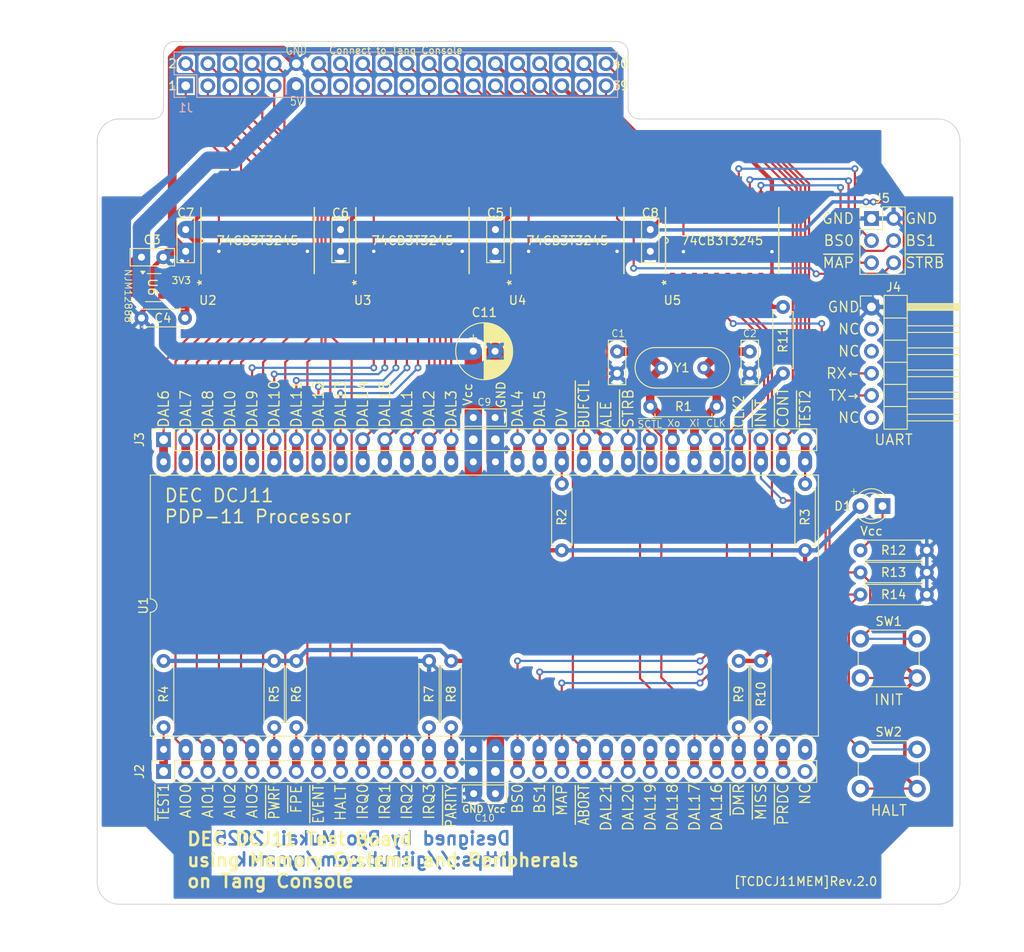
<source format=kicad_pcb>
(kicad_pcb (version 20240108) (generator "pcbnew") (generator_version "8.0")
  (layers (0 "F.Cu" signal) (31 "B.Cu" signal) (34 "B.Paste" user) (35 "F.Paste" user) (36 "B.SilkS" user "B.Silkscreen") (37 "F.SilkS" user "F.Silkscreen") (38 "B.Mask" user) (39 "F.Mask" user) (44 "Edge.Cuts" user))
  (net 0 "")
  (net 1 "GND")
  (net 2 "XTALO")
  (net 3 "XTALI")
  (net 4 "AIO3")
  (net 5 "DAL12")
  (net 6 "DAL14")
  (net 7 "DAL0")
  (net 9 "DAL13")
  (net 10 "AIO0")
  (net 11 "SCTL_n")
  (net 12 "DAL4")
  (net 13 "AIO2")
  (net 14 "DAL15")
  (net 15 "DAL11")
  (net 16 "DAL3")
  (net 17 "DAL6")
  (net 18 "AIO1")
  (net 19 "DAL7")
  (net 20 "DAL5")
  (net 21 "DAL10")
  (net 22 "DAL9")
  (net 23 "DAL2")
  (net 24 "DAL1")
  (net 25 "ALE_n")
  (net 26 "DAL8")
  (net 27 "BUFCTL_n")
  (net 28 "FPE_n")
  (net 29 "PWRF_n")
  (net 30 "EVENT_n")
  (net 31 "IRQ1")
  (net 32 "BS0")
  (net 33 "HALT")
  (net 34 "DAL17")
  (net 35 "IRQ3")
  (net 36 "DMR_n")
  (net 37 "BS1")
  (net 38 "IRQ0")
  (net 39 "MAP_n")
  (net 40 "DAL16")
  (net 41 "PRDC_n")
  (net 42 "ABORT_n")
  (net 43 "DAL20")
  (net 44 "DAL19")
  (net 45 "TEST1_n")
  (net 46 "DAL21")
  (net 47 "DAL18")
  (net 48 "PARITY_n")
  (net 49 "MISS_n")
  (net 50 "IRQ2")
  (net 51 "STRB_n")
  (net 52 "DV")
  (net 53 "INIT_n")
  (net 54 "CLK2")
  (net 55 "CLK")
  (net 56 "TEST2_n")
  (net 58 "CONT_n")
  (net 59 "Net-(D1-K)")
  (net 60 "HALT_SW")
  (net 61 "INIT_SW")
  (net 62 "+5V")
  (net 63 "+3.3V")
  (net 64 "GPIO_TX")
  (net 66 "GPIO_RX")
  (net 69 "DAL14_L")
  (net 70 "DAL9_L")
  (net 71 "AIO1_L")
  (net 72 "AIO3_L")
  (net 73 "ABORT_n_L")
  (net 74 "SCTL_n_L")
  (net 75 "AIO0_L")
  (net 76 "DAL16_L")
  (net 77 "DAL7_L")
  (net 78 "DAL0_L")
  (net 79 "DAL10_L")
  (net 80 "DAL12_L")
  (net 81 "DAL4_L")
  (net 82 "DAL5_L")
  (net 83 "DAL1_L")
  (net 84 "DAL2_L")
  (net 85 "DAL3_L")
  (net 86 "CLK2_L")
  (net 87 "DAL8_L")
  (net 88 "DAL13_L")
  (net 89 "DAL17_L")
  (net 90 "AIO2_L")
  (net 91 "ALE_n_L")
  (net 92 "BUFCTL_n_L")
  (net 93 "GPIO_RX_L")
  (net 94 "DAL6_L")
  (net 95 "DAL11_L")
  (net 96 "DAL15_L")
  (net 102 "Net-(U5-A8)")
  (net 103 "BS1_L")
  (net 104 "BS0_L")
  (net 105 "MAP_n_L")
  (net 106 "STRB_n_L")
  (footprint "000_MyFootprint:DW20" (layer "F.Cu") (at 71.755 22.86 90)
    (property "Reference" "U5")
    (property "Value" "SN74CB3T3245DW")
  )
  (footprint "000_MyFootprint:MountingHole_3mm" (layer "F.Cu") (at 93.98 93.98)
    (property "Reference" "REF**")
    (property "Value" "MountingHole_3mm")
  )
  (footprint "000_MyFootprint:SW_PUSH_6mm_H4.3mm" (layer "F.Cu") (at 87.63 68.58)
    (property "Reference" "SW1")
    (property "Value" "INIT")
  )
  (footprint "000_MyFootprint:R_Axial_DIN0207_L6.3mm_D2.5mm_P7.62mm_Horizontal" (layer "F.Cu") (at 40.64 78.74 90)
    (property "Reference" "R8")
    (property "Value" "10k")
  )
  (footprint "000_MyFootprint:PinHeader_2x03_P2.54mm_Vertical" (layer "F.Cu") (at 88.9 20.32)
    (property "Reference" "J5")
    (property "Value" "EXT")
  )
  (footprint "000_MyFootprint:PinSocket_1x30_P2.54mm_Vertical" (layer "F.Cu") (at 7.62 83.82 90)
    (property "Reference" "J2")
    (property "Value" "Conn_01x30")
  )
  (footprint "000_MyFootprint:R_Axial_DIN0207_L6.3mm_D2.5mm_P7.62mm_Horizontal" (layer "F.Cu") (at 78.74 38.1 90)
    (property "Reference" "R11")
    (property "Value" "51")
  )
  (footprint "000_MyFootprint:R_Axial_DIN0207_L6.3mm_D2.5mm_P7.62mm_Horizontal" (layer "F.Cu") (at 95.25 58.42 180)
    (property "Reference" "R12")
    (property "Value" "100k")
  )
  (footprint "000_MyFootprint:R_Axial_DIN0207_L6.3mm_D2.5mm_P7.62mm_Horizontal" (layer "F.Cu") (at 76.2 78.74 90)
    (property "Reference" "R10")
    (property "Value" "10k")
  )
  (footprint "000_MyFootprint:Crystal_HC49-U_Vertical" (layer "F.Cu") (at 69.65 37.465 180)
    (property "Reference" "Y1")
    (property "Value" "18MHz")
  )
  (footprint "000_MyFootprint:SOT-23-5_HandSoldering" (layer "F.Cu") (at 6.43 28.26)
    (property "Reference" "U6")
    (property "Value" "NJM12888F33-TE1")
  )
  (footprint "000_MyFootprint:LED_D3.0mm" (layer "F.Cu") (at 90.17 53.34 180)
    (property "Reference" "D1")
    (property "Value" "LED")
  )
  (footprint "000_MyFootprint:C_Disc_D5.0mm_W2.5mm_P2.50mm" (layer "F.Cu") (at 59.69 38.1 90)
    (property "Reference" "C1")
    (property "Value" "68p")
  )
  (footprint "000_MyFootprint:R_Axial_DIN0207_L6.3mm_D2.5mm_P7.62mm_Horizontal" (layer "F.Cu") (at 81.28 50.8 -90)
    (property "Reference" "R3")
    (property "Value" "10k")
  )
  (footprint "000_MyFootprint:C_Disc_D5.0mm_W2.5mm_P2.50mm" (layer "F.Cu") (at 74.93 38.1 90)
    (property "Reference" "C2")
    (property "Value" "68p")
  )
  (footprint "000_MyFootprint:C_Disc_D5.0mm_W2.5mm_P2.50mm" (layer "F.Cu") (at 10.16 21.59 -90)
    (property "Reference" "C7")
    (property "Value" "0.1uF")
  )
  (footprint "000_MyFootprint:R_Axial_DIN0207_L6.3mm_D2.5mm_P7.62mm_Horizontal" (layer "F.Cu") (at 53.34 50.8 -90)
    (property "Reference" "R2")
    (property "Value" "10k")
  )
  (footprint "000_MyFootprint:R_Axial_DIN0207_L6.3mm_D2.5mm_P7.62mm_Horizontal" (layer "F.Cu") (at 95.25 60.96 180)
    (property "Reference" "R13")
    (property "Value" "1k")
  )
  (footprint "000_MyFootprint:R_Axial_DIN0207_L6.3mm_D2.5mm_P7.62mm_Horizontal" (layer "F.Cu") (at 20.32 78.74 90)
    (property "Reference" "R5")
    (property "Value" "10k")
  )
  (footprint "000_MyFootprint:C_Disc_D5.0mm_W2.5mm_P2.50mm" (layer "F.Cu") (at 45.72 86.36 180)
    (property "Reference" "C10")
    (property "Value" "0.33uF")
  )
  (footprint "000_MyFootprint:SW_PUSH_6mm_H4.3mm" (layer "F.Cu") (at 87.63 81.28)
    (property "Reference" "SW2")
    (property "Value" "HALT")
  )
  (footprint "000_MyFootprint:MountingHole_3mm" (layer "F.Cu") (at 5.08 13.97)
    (property "Reference" "REF**")
    (property "Value" "MountingHole_3mm")
  )
  (footprint "000_MyFootprint:R_Axial_DIN0207_L6.3mm_D2.5mm_P7.62mm_Horizontal" (layer "F.Cu") (at 38.1 78.74 90)
    (property "Reference" "R7")
    (property "Value" "10k")
  )
  (footprint "000_MyFootprint:C_Disc_D5.0mm_W2.5mm_P2.50mm" (layer "F.Cu") (at 45.72 21.59 -90)
    (property "Reference" "C5")
    (property "Value" "0.1uF")
  )
  (footprint "000_MyFootprint:C_Disc_D5.0mm_W2.5mm_P2.50mm" (layer "F.Cu") (at 63.5 21.59 -90)
    (property "Reference" "C8")
    (property "Value" "0.1uF")
  )
  (footprint "000_MyFootprint:R_Axial_DIN0207_L6.3mm_D2.5mm_P7.62mm_Horizontal" (layer "F.Cu") (at 73.66 78.74 90)
    (property "Reference" "R9")
    (property "Value" "10k")
  )
  (footprint "000_MyFootprint:R_Axial_DIN0207_L6.3mm_D2.5mm_P7.62mm_Horizontal" (layer "F.Cu") (at 63.5 41.91)
    (property "Reference" "R1")
    (property "Value" "1M")
  )
  (footprint "000_MyFootprint:DIP-60_W33.02mm_LongPads" (layer "F.Cu") (at 7.62 81.28 90)
    (property "Reference" "U1")
    (property "Value" "DCJ11")
  )
  (footprint "000_MyFootprint:C_Disc_D5.0mm_W2.5mm_P2.50mm" (layer "F.Cu") (at 43.18 43.18)
    (property "Reference" "C9")
    (property "Value" "0.33uF")
  )
  (footprint "000_MyFootprint:R_Axial_DIN0207_L6.3mm_D2.5mm_P7.62mm_Horizontal" (layer "F.Cu") (at 22.86 78.74 90)
    (property "Reference" "R6")
    (property "Value" "10k")
  )
  (footprint "000_MyFootprint:DW20" (layer "F.Cu") (at 36.195 22.86 90)
    (property "Reference" "U3")
    (property "Value" "SN74CB3T3245DW")
  )
  (footprint "000_MyFootprint:R_Axial_DIN0207_L6.3mm_D2.5mm_P7.62mm_Horizontal" (layer "F.Cu") (at 7.62 78.74 90)
    (property "Reference" "R4")
    (property "Value" "10k")
  )
  (footprint "000_MyFootprint:C_Disc_D5.0mm_W2.5mm_P2.50mm" (layer "F.Cu") (at 27.94 21.59 -90)
    (property "Reference" "C6")
    (property "Value" "0.1uF")
  )
  (footprint "000_MyFootprint:MountingHole_3mm" (layer "F.Cu") (at 5.08 93.98)
    (property "Reference" "REF**")
    (property "Value" "MountingHole_3mm")
  )
  (footprint "000_MyFootprint:DW20" (layer "F.Cu") (at 53.975 22.86 90)
    (property "Reference" "U4")
    (property "Value" "SN74CB3T3245DW")
  )
  (footprint "000_MyFootprint:CP_Radial_D6.3mm_P2.50mm" (layer "F.Cu") (at 43.18 35.56)
    (property "Reference" "C11")
    (property "Value" "47uF")
  )
  (footprint "000_MyFootprint:R_Axial_DIN0207_L6.3mm_D2.5mm_P7.62mm_Horizontal" (layer "F.Cu") (at 95.25 63.5 180)
    (property "Reference" "R14")
    (property "Value" "1k")
  )
  (footprint "000_MyFootprint:PinHeader_1x06_P2.54mm_Horizontal" (layer "F.Cu") (at 88.9 30.48)
    (property "Reference" "J4")
    (property "Value" "UART")
  )
  (footprint "000_MyFootprint:C_Disc_D5.0mm_W2.5mm_P2.50mm" (layer "F.Cu") (at 5.08 24.765)
    (property "Reference" "C3")
    (property "Value" "0.1uF")
  )
  (footprint "000_MyFootprint:C_Disc_D4.7mm_W2.5mm_P5.00mm" (layer "F.Cu") (at 10.08 31.75 180)
    (property "Reference" "C4")
    (property "Value" "1uF")
  )
  (footprint "000_MyFootprint:DW20" (layer "F.Cu") (at 18.415 22.86 90)
    (property "Reference" "U2")
    (property "Value" "SN74CB3T3245DW")
  )
  (footprint "000_MyFootprint:PinSocket_1x30_P2.54mm_Vertical" (layer "F.Cu") (at 7.62 45.72 90)
    (property "Reference" "J3")
    (property "Value" "Conn_01x30")
  )
  (footprint "000_MyFootprint:MountingHole_3mm" (layer "F.Cu") (at 93.98 13.97)
    (property "Reference" "REF**")
    (property "Value" "MountingHole_3mm")
  )
  (footprint "000_MyFootprint:PinSocket_2x20_P2.54mm_Vertical" (layer "B.Cu") (at 10.16 5.08 -90)
    (property "Reference" "J1")
    (property "Value" "Conn_02x20_Odd_Even")
  )
  (gr_line (start 6.35 8.89) (end 2.54 8.89) (stroke (width 0.1)) (layer "Edge.Cuts"))
  (gr_line (start 96.52 8.89) (end 62.23 8.89) (stroke (width 0.1)) (layer "Edge.Cuts"))
  (gr_line (start 8.89 0) (end 59.69 0) (stroke (width 0.1)) (layer "Edge.Cuts"))
  (gr_line (start 7.62 7.62) (end 7.62 1.27) (stroke (width 0.1)) (layer "Edge.Cuts"))
  (gr_arc (start 2.54 99.06) (mid 0.743948 98.316052) (end 0 96.52) (stroke (width 0.1)) (layer "Edge.Cuts"))
  (gr_arc (start 96.52 8.89) (mid 98.316051 9.633949) (end 99.06 11.43) (stroke (width 0.1)) (layer "Edge.Cuts"))
  (gr_arc (start 7.62 7.62) (mid 7.248026 8.518026) (end 6.35 8.89) (stroke (width 0.1)) (layer "Edge.Cuts"))
  (gr_line (start 99.06 11.43) (end 99.06 96.52) (stroke (width 0.1)) (layer "Edge.Cuts"))
  (gr_arc (start 0 11.43) (mid 0.743949 9.633949) (end 2.54 8.89) (stroke (width 0.1)) (layer "Edge.Cuts"))
  (gr_line (start 0 96.52) (end 0 11.43) (stroke (width 0.1)) (layer "Edge.Cuts"))
  (gr_arc (start 99.06 96.52) (mid 98.316051 98.316051) (end 96.52 99.06) (stroke (width 0.1)) (layer "Edge.Cuts"))
  (gr_arc (start 7.62 1.27) (mid 7.991974 0.371974) (end 8.89 0) (stroke (width 0.1)) (layer "Edge.Cuts"))
  (gr_line (start 96.52 99.06) (end 2.54 99.06) (stroke (width 0.1)) (layer "Edge.Cuts"))
  (gr_arc (start 59.69 0) (mid 60.588025 0.371974) (end 60.96 1.27) (stroke (width 0.1)) (layer "Edge.Cuts"))
  (gr_arc (start 62.23 8.89) (mid 61.331974 8.518026) (end 60.96 7.62) (stroke (width 0.1)) (layer "Edge.Cuts"))
  (gr_line (start 60.96 7.62) (end 60.96 1.27) (stroke (width 0.1)) (layer "Edge.Cuts"))
  (gr_text "Designed by Ryo Mukai, 2025\nhttps://github.com/ryomuk" (at 47.625 92.71 0) (layer "B.Cu") (effects (font (size 1.5 1.5) (thickness 0.3) (bold yes)) (justify left mirror)))
  (gr_text "~{CONT}" (at 78.74 44.45 90) (layer "F.SilkS") (effects (font (size 1.2 1.2)) (justify left)))
  (gr_text "GND" (at 86.995 20.32 0) (layer "F.SilkS") (effects (font (size 1.2 1.2)) (justify right)))
  (gr_text "DAL1" (at 35.56 44.45 90) (layer "F.SilkS") (effects (font (size 1.2 1.2)) (justify left)))
  (gr_text "DAL2" (at 38.1 44.45 90) (layer "F.SilkS") (effects (font (size 1.2 1.2)) (justify left)))
  (gr_text "IRQ2" (at 35.56 85.09 90) (layer "F.SilkS") (effects (font (size 1.2 1.2)) (justify right)))
  (gr_text "~{BUFCTL}" (at 55.88 44.45 90) (layer "F.SilkS") (effects (font (size 1.2 1)) (justify left)))
  (gr_text "5V" (at 22.86 6.858 0) (layer "F.SilkS") (effects (font (size 1 0.8) (thickness 0.1))))
  (gr_text "Vcc" (at 42.545 41.91 90) (layer "F.SilkS") (effects (font (size 1 1)) (justify left)))
  (gr_text "~{TEST1}" (at 7.62 85.09 90) (layer "F.SilkS") (effects (font (size 1.2 1)) (justify right)))
  (gr_text "3V3" (at 9.652 27.432 0) (layer "F.SilkS") (effects (font (size 0.8 0.8) (thickness 0.12))))
  (gr_text "~{DMR}" (at 73.66 85.09 90) (layer "F.SilkS") (effects (font (size 1.2 1.2)) (justify right)))
  (gr_text "Connect to Tang Console" (at 34.29 1.016 0) (layer "F.SilkS") (effects (font (size 0.8 0.8) (thickness 0.12))))
  (gr_text "IRQ0" (at 30.48 85.09 90) (layer "F.SilkS") (effects (font (size 1.2 1.2)) (justify right)))
  (gr_text "~{MISS}" (at 76.2 85.09 90) (layer "F.SilkS") (effects (font (size 1.2 1.2)) (justify right)))
  (gr_text "~{TEST2}" (at 81.28 44.45 90) (layer "F.SilkS") (effects (font (size 1.2 1)) (justify left)))
  (gr_text "DAL17" (at 68.58 85.09 90) (layer "F.SilkS") (effects (font (size 1.2 1.2)) (justify right)))
  (gr_text "~{PARITY}" (at 40.64 85.217 90) (layer "F.SilkS") (effects (font (size 1.2 1)) (justify right)))
  (gr_text "DAL15" (at 33.02 44.45 90) (layer "F.SilkS") (effects (font (size 1.2 1.2)) (justify left)))
  (gr_text "~{PWRF}" (at 20.32 85.217 90) (layer "F.SilkS") (effects (font (size 1.2 1)) (justify right)))
  (gr_text "DAL13" (at 27.94 44.45 90) (layer "F.SilkS") (effects (font (size 1.2 1.2)) (justify left)))
  (gr_text "~{STRB}" (at 60.96 44.45 90) (layer "F.SilkS") (effects (font (size 1.2 1.2)) (justify left)))
  (gr_text "DAL3" (at 40.64 44.45 90) (layer "F.SilkS") (effects (font (size 1.2 1.2)) (justify left)))
  (gr_text "BS0" (at 48.26 85.09 90) (layer "F.SilkS") (effects (font (size 1.2 1.2)) (justify right)))
  (gr_text "GND" (at 92.71 20.32 0) (layer "F.SilkS") (effects (font (size 1.2 1.2)) (justify left)))
  (gr_text "GND" (at 44.45 88.138 0) (layer "F.SilkS") (effects (font (size 0.8 0.8)) (justify right)))
  (gr_text "GND" (at 87.63 30.48 0) (layer "F.SilkS") (effects (font (size 1.2 1.2)) (justify right)))
  (gr_text "DAL16" (at 71.12 85.09 90) (layer "F.SilkS") (effects (font (size 1.2 1.2)) (justify right)))
  (gr_text "DAL12" (at 25.4 44.45 90) (layer "F.SilkS") (effects (font (size 1.2 1.2)) (justify left)))
  (gr_text "DAL8" (at 12.7 44.45 90) (layer "F.SilkS") (effects (font (size 1.2 1.2)) (justify left)))
  (gr_text "DAL21" (at 58.42 85.09 90) (layer "F.SilkS") (effects (font (size 1.2 1.2)) (justify right)))
  (gr_text "BS0" (at 86.995 22.86 0) (layer "F.SilkS") (effects (font (size 1.2 1.2)) (justify right)))
  (gr_text "~{MAP}" (at 86.995 25.4 0) (layer "F.SilkS") (effects (font (size 1.2 1.2)) (justify right)))
  (gr_text "RX←" (at 87.63 38.1 0) (layer "F.SilkS") (effects (font (size 1.2 1.2)) (justify right)))
  (gr_text "NC" (at 87.63 43.18 0) (layer "F.SilkS") (effects (font (size 1.2 1.2)) (justify right)))
  (gr_text "~{ALE}" (at 58.42 44.45 90) (layer "F.SilkS") (effects (font (size 1.2 1.2)) (justify left)))
  (gr_text "TX→" (at 87.63 40.64 0) (layer "F.SilkS") (effects (font (size 1.2 1.2)) (justify right)))
  (gr_text "~{SCTL}" (at 61.976 43.942 0) (layer "F.SilkS") (effects (font (size 0.8 0.8) (thickness 0.1)) (justify left)))
  (gr_text "NJM12888" (at 3.556 29.21 270) (layer "F.SilkS") (effects (font (size 0.8 0.8) (thickness 0.1))))
  (gr_text "UART" (at 91.44 45.72 0) (layer "F.SilkS") (effects (font (size 1.2 1.2))))
  (gr_text "HALT" (at 27.94 85.217 90) (layer "F.SilkS") (effects (font (size 1.2 1.2)) (justify right)))
  (gr_text "AIO1" (at 12.7 85.09 90) (layer "F.SilkS") (effects (font (size 1.2 1.2)) (justify right)))
  (gr_text "DAL20" (at 60.96 85.09 90) (layer "F.SilkS") (effects (font (size 1.2 1.2)) (justify right)))
  (gr_text "74CB3T3245" (at 36.195 22.86 0) (layer "F.SilkS") (effects (font (size 1 1))))
  (gr_text "DAL19" (at 63.5 85.09 90) (layer "F.SilkS") (effects (font (size 1.2 1.2)) (justify right)))
  (gr_text "74CB3T3245" (at 53.975 22.86 0) (layer "F.SilkS") (effects (font (size 1 1))))
  (gr_text "AIO0" (at 10.16 85.09 90) (layer "F.SilkS") (effects (font (size 1.2 1.2)) (justify right)))
  (gr_text "40" (at 60.071 2.54 0) (layer "F.SilkS") (effects (font (size 1 0.8))))
  (gr_text "AIO2" (at 15.24 85.09 90) (layer "F.SilkS") (effects (font (size 1.2 1.2)) (justify right)))
  (gr_text "CLK" (at 69.85 43.815 0) (layer "F.SilkS") (effects (font (size 0.8 0.8) (thickness 0.1)) (justify left)))
  (gr_text "+" (at 86.873 52.07 0) (layer "F.SilkS") (effects (font (size 0.8 0.8) (thickness 0.1)) (justify bottom)))
  (gr_text "DEC DCJ11 Test Board\nusing Memory Systems and Peripherals\non Tang Console" (at 10.16 97.282 0) (layer "F.SilkS") (effects (font (size 1.5 1.5) (thickness 0.3) (bold yes)) (justify left bottom)))
  (gr_text "IRQ1" (at 33.02 85.09 90) (layer "F.SilkS") (effects (font (size 1.2 1.2)) (justify right)))
  (gr_text "Xi" (at 67.945 43.815 0) (layer "F.SilkS") (effects (font (size 0.8 0.8) (thickness 0.1)) (justify left)))
  (gr_text "DAL4" (at 48.26 44.45 90) (layer "F.SilkS") (effects (font (size 1.2 1.2)) (justify left)))
  (gr_text "~{INIT}" (at 76.2 44.45 90) (layer "F.SilkS") (effects (font (size 1.2 1.2)) (justify left)))
  (gr_text "Xo" (at 65.405 43.815 0) (layer "F.SilkS") (effects (font (size 0.8 0.8) (thickness 0.1)) (justify left)))
  (gr_text "74CB3T3245" (at 71.755 22.86 0) (layer "F.SilkS") (effects (font (size 1 1))))
  (gr_text "DAL5" (at 50.8 44.45 90) (layer "F.SilkS") (effects (font (size 1.2 1.2)) (justify left)))
  (gr_text "NC" (at 81.28 85.09 90) (layer "F.SilkS") (effects (font (size 1.2 1.2)) (justify right)))
  (gr_text "DAL18" (at 66.04 85.09 90) (layer "F.SilkS") (effects (font (size 1.2 1.2)) (justify right)))
  (gr_text "~{STRB}" (at 92.71 25.4 0) (layer "F.SilkS") (effects (font (size 1.2 1.2)) (justify left)))
  (gr_text "1" (at 8.636 5.08 0) (layer "F.SilkS") (effects (font (size 1 1))))
  (gr_text "DAL9" (at 17.78 44.45 90) (layer "F.SilkS") (effects (font (size 1.2 1.2)) (justify left)))
  (gr_text "GND" (at 46.355 42.164 90) (layer "F.SilkS") (effects (font (size 1 1)) (justify left)))
  (gr_text "DEC DCJ11\nPDP-11 Processor\n" (at 7.62 53.34 0) (layer "F.SilkS") (effects (font (size 1.5 1.5) (thickness 0.2)) (justify left)))
  (gr_text "~{PRDC}" (at 78.74 85.09 90) (layer "F.SilkS") (effects (font (size 1.2 1.2)) (justify right)))
  (gr_text "AIO3" (at 17.78 85.09 90) (layer "F.SilkS") (effects (font (size 1.2 1.2)) (justify right)))
  (gr_text "GND" (at 22.86 1.016 0) (layer "F.SilkS") (effects (font (size 1 0.8) (thickness 0.1))))
  (gr_text "~{ABORT}" (at 55.88 85.217 90) (layer "F.SilkS") (effects (font (size 1.2 1)) (justify right)))
  (gr_text "DV" (at 53.34 44.45 90) (layer "F.SilkS") (effects (font (size 1.2 1.2)) (justify left)))
  (gr_text "DAL0" (at 15.24 44.45 90) (layer "F.SilkS") (effects (font (size 1.2 1.2)) (justify left)))
  (gr_text "CLK2" (at 73.66 44.45 90) (layer "F.SilkS") (effects (font (size 1.2 1)) (justify left)))
  (gr_text "DAL10" (at 20.32 44.45 90) (layer "F.SilkS") (effects (font (size 1.2 1.2)) (justify left)))
  (gr_text "DAL11" (at 22.86 44.45 90) (layer "F.SilkS") (effects (font (size 1.2 1.2)) (justify left)))
  (gr_text "BS1" (at 92.71 22.86 0) (layer "F.SilkS") (effects (font (size 1.2 1.2)) (justify left)))
  (gr_text "Vcc" (at 46.99 88.138 0) (layer "F.SilkS") (effects (font (size 0.8 0.8)) (justify right)))
  (gr_text "[TCDCJ11MEM]Rev.2.0" (at 89.662 97.028 0) (layer "F.SilkS") (effects (font (size 1 1)) (justify right bottom)))
  (gr_text "DAL7" (at 10.16 44.45 90) (layer "F.SilkS") (effects (font (size 1.2 1.2)) (justify left)))
  (gr_text "~{MAP}" (at 53.34 85.217 90) (layer "F.SilkS") (effects (font (size 1.2 1.2)) (justify right)))
  (gr_text "74CB3T3245" (at 18.415 22.86 0) (layer "F.SilkS") (effects (font (size 1 1))))
  (gr_text "IRQ3" (at 38.1 85.09 90) (layer "F.SilkS") (effects (font (size 1.2 1.2)) (justify right)))
  (gr_text "39" (at 60.071 5.08 0) (layer "F.SilkS") (effects (font (size 1 0.8))))
  (gr_text "NC" (at 87.63 33.02 0) (layer "F.SilkS") (effects (font (size 1.2 1.2)) (justify right)))
  (gr_text "2" (at 8.636 2.54 0) (layer "F.SilkS") (effects (font (size 1 1))))
  (gr_text "DAL6" (at 7.62 44.45 90) (layer "F.SilkS") (effects (font (size 1.2 1.2)) (justify left)))
  (gr_text "~{FPE}" (at 22.86 85.217 90) (layer "F.SilkS") (effects (font (size 1.2 1.2)) (justify right)))
  (gr_text "DAL14" (at 30.48 44.45 90) (layer "F.SilkS") (effects (font (size 1.2 1.2)) (justify left)))
  (gr_text "NC" (at 87.63 35.56 0) (layer "F.SilkS") (effects (font (size 1.2 1.2)) (justify right)))
  (gr_text "~{EVENT}" (at 25.4 85.217 90) (layer "F.SilkS") (effects (font (size 1.2 1)) (justify right)))
  (gr_text "BS1" (at 50.8 85.09 90) (layer "F.SilkS") (effects (font (size 1.2 1.2)) (justify right)))
  (gr_text "Vcc" (at 88.905 55.626 0) (layer "F.SilkS") (effects (font (size 1 1)) (justify top)))
  (segment (start 59.65 24.13) (end 59.69 24.09) (width 1) (layer "F.Cu") (net 1))
  (segment (start 77.47 27.5463) (end 77.47 24.13) (width 0.4) (layer "F.Cu") (net 1))
  (segment (start 22.86 2.54) (end 21.31 0.99) (width 1) (layer "F.Cu") (net 1))
  (segment (start 45.72 48.26) (end 45.72 45.72) (width 1) (layer "F.Cu") (net 1))
  (segment (start 10.16 24.13) (end 8.215 24.13) (width 1) (layer "F.Cu") (net 1))
  (segment (start 5.08 31.75) (end 5.08 31.115) (width 0.5) (layer "F.Cu") (net 1))
  (segment (start 41.91 27.5463) (end 41.91 24.09) (width 0.5) (layer "F.Cu") (net 1))
  (segment (start 13.97 18.1737) (end 13.97 24.09) (width 0.25) (layer "F.Cu") (net 1))
  (segment (start 43.18 83.82) (end 43.18 81.28) (width 1) (layer "F.Cu") (net 1))
  (segment (start 6.35 28.575) (end 6.35 25.995) (width 0.5) (layer "F.Cu") (net 1))
  (segment (start 67.31 18.1737) (end 67.31 24.13) (width 0.25) (layer "F.Cu") (net 1))
  (segment (start 6.035 28.26) (end 6.35 28.575) (width 0.5) (layer "F.Cu") (net 1))
  (segment (start 45.68 48.22) (end 45.72 48.26) (width 2) (layer "F.Cu") (net 1))
  (segment (start 27.94 24.13) (end 41.87 24.13) (width 1) (layer "F.Cu") (net 1))
  (segment (start 31.75 18.1737) (end 31.75 24.09) (width 0.25) (layer "F.Cu") (net 1))
  (segment (start 24.13 27.5463) (end 24.13 24.09) (width 0.5) (layer "F.Cu") (net 1))
  (segment (start 8.215 24.13) (end 7.58 24.765) (width 1) (layer "F.Cu") (net 1))
  (segment (start 5.08 31.115) (end 6.35 29.845) (width 0.5) (layer "F.Cu") (net 1))
  (segment (start 63.5 24.13) (end 77.47 24.13) (width 1) (layer "F.Cu") (net 1))
  (segment (start 6.35 29.845) (end 6.35 28.575) (width 0.5) (layer "F.Cu") (net 1))
  (segment (start 41.87 24.13) (end 41.91 24.09) (width 1) (layer "F.Cu") (net 1))
  (segment (start 9.517968 0.99) (end 8.61 1.897968) (width 1) (layer "F.Cu") (net 1))
  (segment (start 13.97 24.09) (end 24.03 24.09) (width 1) (layer "F.Cu") (net 1))
  (segment (start 59.69 27.5463) (end 59.69 24.09) (width 0.5) (layer "F.Cu") (net 1))
  (segment (start 45.72 24.13) (end 59.65 24.13) (width 1) (layer "F.Cu") (net 1))
  (segment (start 49.53 18.1737) (end 49.53 24.09) (width 0.25) (layer "F.Cu") (net 1))
  (segment (start 45.68 35.56) (end 45.68 48.22) (width 2) (layer "F.Cu") (net 1))
  (segment (start 21.31 0.99) (end 9.517968 0.99) (width 1) (layer "F.Cu") (net 1))
  (segment (start 5.08 28.26) (end 6.035 28.26) (width 0.5) (layer "F.Cu") (net 1))
  (segment (start 8.61 22.58) (end 8.61 1.897968) (width 1) (layer "F.Cu") (net 1))
  (segment (start 6.35 25.995) (end 7.58 24.765) (width 0.5) (layer "F.Cu") (net 1))
  (segment (start 10.16 24.13) (end 8.61 22.58) (width 1) (layer "F.Cu") (net 1))
  (via (at 49.53 24.09) (size 0.8) (drill 0.4) (layers "F.Cu" "B.Cu") (net 1))
  (via (at 67.31 24.13) (size 0.8) (drill 0.4) (layers "F.Cu" "B.Cu") (net 1))
  (via (at 59.69 24.09) (size 0.8) (drill 0.4) (layers "F.Cu" "B.Cu") (net 1))
  (via (at 13.97 24.09) (size 0.8) (drill 0.4) (layers "F.Cu" "B.Cu") (net 1))
  (via (at 31.75 24.09) (size 0.8) (drill 0.4) (layers "F.Cu" "B.Cu") (net 1))
  (via (at 77.47 24.13) (size 0.8) (drill 0.4) (layers "F.Cu" "B.Cu") (net 1))
  (via (at 24.13 24.09) (size 0.8) (drill 0.4) (layers "F.Cu" "B.Cu") (net 1))
  (via (at 41.91 24.09) (size 0.8) (drill 0.4) (layers "F.Cu" "B.Cu") (net 1))
  (segment (start 87.846 17.564) (end 75.349 17.564) (width 0.4) (layer "B.Cu") (net 1))
  (segment (start 29.21 6.33) (end 31.75 6.33) (width 0.4) (layer "B.Cu") (net 1))
  (segment (start 72.37 40.66) (end 72.37 49.107056) (width 0.4) (layer "B.Cu") (net 1))
  (segment (start 43.22 86.36) (end 43.22 72.39) (width 2) (layer "B.Cu") (net 1))
  (segment (start 41.91 1.29) (end 46.99 1.29) (width 0.4) (layer "B.Cu") (net 1))
  (segment (start 18.277767 6.35) (end 19.05 5.577767) (width 0.4) (layer "B.Cu") (net 1))
  (segment (start 8.76 22.69) (end 8.76 20.45) (width 0.4) (layer "B.Cu") (net 1))
  (segment (start 21.61 1.29) (end 22.86 2.54) (width 0.4) (layer "B.Cu") (net 1))
  (segment (start 54.61 6.33) (end 57.15 6.33) (width 0.4) (layer "B.Cu") (net 1))
  (segment (start 58.937767 1.29) (end 60.232249 2.584482) (width 0.4) (layer "B.Cu") (net 1))
  (segment (start 57.15 1.29) (end 58.937767 1.29) (width 0.4) (layer "B.Cu") (net 1))
  (segment (start 5.08 31.75) (end 5.08 33.729898) (width 0.4) (layer "B.Cu") (net 1))
  (segment (start 26.67 1.29) (end 29.21 1.29) (width 0.4) (layer "B.Cu") (net 1))
  (segment (start 59.69 38.1) (end 60.489999 38.899999) (width 0.4) (layer "B.Cu") (net 1))
  (segment (start 62.23 49.087056) (end 62.23 40.64) (width 0.4) (layer "B.Cu") (net 1))
  (segment (start 5.08 33.729898) (end 12.515102 41.165) (width 0.4) (layer "B.Cu") (net 1))
  (segment (start 16.51 1.29) (end 19.05 1.29) (width 0.4) (layer "B.Cu") (net 1))
  (segment (start 8.89 3.81) (end 8.89 1.905) (width 0.4) (layer "B.Cu") (net 1))
  (segment (start 7.62 86.36) (end 5.08 83.82) (width 0.4) (layer "B.Cu") (net 1))
  (segment (start 95.25 38.1) (end 95.25 24.13) (width 0.4) (layer "B.Cu") (net 1))
  (segment (start 38.1 71.12) (end 39.37 72.39) (width 0.4) (layer "B.Cu") (net 1))
  (segment (start 46.99 1.29) (end 50.8 1.29) (width 0.4) (layer "B.Cu") (net 1))
  (segment (start 45.72 63.5) (end 44.45 64.77) (width 2) (layer "B.Cu") (net 1))
  (segment (start 13.97 6.35) (end 11.43 6.35) (width 0.4) (layer "B.Cu") (net 1))
  (segment (start 57.15 6.33) (end 58.937767 6.33) (width 0.4) (layer "B.Cu") (net 1))
  (segment (start 91.44 17.918629) (end 91.44 20.32) (width 0.4) (layer "B.Cu") (net 1))
  (segment (start 13.97 1.29) (end 13.97 6.35) (width 0.4) (layer "B.Cu") (net 1))
  (segment (start 20.955 1.29) (end 24.13 1.29) (width 0.4) (layer "B.Cu") (net 1))
  (segment (start 63.46 24.09) (end 63.5 24.13) (width 2) (layer "B.Cu") (net 1))
  (segment (start 88.9 20.32) (end 91.44 20.32) (width 0.4) (layer "B.Cu") (net 1))
  (segment (start 9.505 1.29) (end 11.43 1.29) (width 0.4) (layer "B.Cu") (net 1))
  (segment (start 11.43 1.29) (end 11.43 6.35) (width 0.4) (layer "B.Cu") (net 1))
  (segment (start 24.13 7.62) (end 24.13 5.715) (width 0.4) (layer "B.Cu") (net 1))
  (segment (start 70.485 11.43) (end 84.951371 11.43) (width 0.4) (layer "B.Cu") (net 1))
  (segment (start 22.86 2.54) (end 24.11 1.29) (width 0.4) (layer "B.Cu") (net 1))
  (segment (start 34.29 1.29) (end 34.29 6.33) (width 0.4) (layer "B.Cu") (net 1))
  (segment (start 70.485 12.7) (end 70.485 11.43) (width 0.4) (layer "B.Cu") (net 1))
  (segment (start 45.72 43.22) (end 45.68 43.18) (width 2) (layer "B.Cu") (net 1))
  (segment (start 44.45 1.29) (end 44.45 6.33) (width 0.4) (layer "B.Cu") (net 1))
  (segment (start 89.465685 15.944315) (end 91.44 17.918629) (width 0.4) (layer "B.Cu") (net 1))
  (segment (start 41.91 6.35) (end 41.91 1.29) (width 0.4) (layer "B.Cu") (net 1))
  (segment (start 36.83 1.29) (end 36.83 6.33) (width 0.4) (layer "B.Cu") (net 1))
  (segment (start 43.22 72.39) (end 43.22 66) (width 2) (layer "B.Cu") (net 1))
  (segment (start 24.13 3.81) (end 22.86 2.54) (width 0.4) (layer "B.Cu") (net 1))
  (segment (start 52.07 6.33) (end 52.07 1.29) (width 0.4) (layer "B.Cu") (net 1))
  (segment (start 59.69 38.1) (end 58.42 38.1) (width 0.4) (layer "B.Cu") (net 1))
  (segment (start 74.93 38.1) (end 72.37 40.66) (width 0.4) (layer "B.Cu") (net 1))
  (segment (start 59.938884 4.831116) (end 60.232249 5.124482) (width 0.4) (layer "B.Cu") (net 1))
  (segment (start 60.232249 5.124482) (end 60.232249 5.172751) (width 0.4) (layer "B.Cu") (net 1))
  (segment (start 94.979898 87.76) (end 96.52 86.219899) (width 0.4) (layer "B.Cu") (net 1))
  (segment (start 84.951371 11.43) (end 89.465685 15.944315) (width 0.4) (layer "B.Cu") (net 1))
  (segment (start 60.489999 38.899999) (end 74.130001 38.899999) (width 0.4) (layer "B.Cu") (net 1))
  (segment (start 43.22 66) (end 44.45 64.77) (width 2) (layer "B.Cu") (net 1))
  (segment (start 24.13 5.715) (end 24.745 6.33) (width 0.4) (layer "B.Cu") (net 1))
  (segment (start 55.88 35.56) (end 45.68 35.56) (width 0.4) (layer "B.Cu") (net 1))
  (segment (start 24.13 5.715) (end 24.13 3.81) (width 0.4) (layer "B.Cu") (net 1))
  (segment (start 44.62 87.76) (end 94.979898 87.76) (width 0.4) (layer "B.Cu") (net 1))
  (segment (start 49.53 1.29) (end 50.8 1.29) (width 0.4) (layer "B.Cu") (net 1))
  (segment (start 45.72 48.26) (end 45.72 43.22) (width 2) (layer "B.Cu") (net 1))
  (segment (start 88.9 30.48) (end 82.51 24.09) (width 2) (layer "B.Cu") (net 1))
  (segment (start 44.45 6.33) (end 46.99 6.33) (width 0.4) (layer "B.Cu") (net 1))
  (segment (start 82.48 36.9) (end 88.9 30.48) (width 0.4) (layer "B.Cu") (net 1))
  (segment (start 36.83 1.29) (end 39.37 1.29) (width 0.4) (layer "B.Cu") (net 1))
  (segment (start 54.61 1.29) (end 54.61 6.33) (width 0.4) (layer "B.Cu") (net 1))
  (segment (start 96.52 64.77) (end 96.52 86.219899) (width 0.4) (layer "B.Cu") (net 1))
  (segment (start 34.29 1.29) (end 36.83 1.29) (width 0.4) (layer "B.Cu") (net 1))
  (segment (start 16.51 6.35) (end 18.277767 6.35) (width 0.4) (layer "B.Cu") (net 1))
  (segment (start 19.05 3.81) (end 8.89 3.81) (width 0.4) (layer "B.Cu") (net 1))
  (segment (start 5.08 83.82) (end 5.08 31.75) (width 0.4) (layer "B.Cu") (net 1))
  (segment (start 49.53 6.33) (end 49.53 1.29) (width 0.4) (layer "B.Cu") (net 1))
  (segment (start 39.37 72.39) (end 43.22 72.39) (width 0.4) (layer "B.Cu") (net 1))
  (segment (start 10.16 24.09) (end 10.16 28.575) (width 0.4) (layer "B.Cu") (net 1))
  (segment (start 45.72 48.26) (end 45.72 63.5) (width 2) (layer "B.Cu") (net 1))
  (segment (start 34.29 6.33) (end 36.83 6.33) (width 0.4) (layer "B.Cu") (net 1))
  (segment (start 31.75 1.29) (end 31.75 6.33) (width 0.4) (layer "B.Cu") (net 1))
  (segment (start 39.37 1.29) (end 41.91 1.29) (width 0.4) (layer "B.Cu") (net 1))
  (segment (start 58.937767 6.33) (end 59.938884 5.328883) (width 0.4) (layer "B.Cu") (net 1))
  (segment (start 63.002944 49.86) (end 62.23 49.087056) (width 0.4) (layer "B.Cu") (net 1))
  (segment (start 89.465685 15.944315) (end 87.846 17.564) (width 0.4) (layer "B.Cu") (net 1))
  (segment (start 41.91 6.33) (end 41.91 6.35) (width 0.4) (layer "B.Cu") (net 1))
  (segment (start 13.97 32.385) (end 42.545 32.385) (width 0.4) (layer "B.Cu") (net 1))
  (segment (start 22.86 2.54) (end 21.59 3.81) (width 0.4) (layer "B.Cu") (net 1))
  (segment (start 60.232249 2.584482) (end 60.232249 5.172751) (width 0.4) (layer "B.Cu") (net 1))
  (segment (start 59.938884 5.328883) (end 59.938884 4.831116) (width 0.4) (layer "B.Cu") (net 1))
  (segment (start 20.955 1.29) (end 21.61 1.29) (width 0.4) (layer "B.Cu") (net 1))
  (segment (start 52.07 1.29) (end 54.61 1.29) (width 0.4) (layer "B.Cu") (net 1))
  (segment (start 76.13 36.9) (end 82.48 36.9) (width 0.4) (layer "B.Cu") (net 1))
  (segment (start 8.89 15.24) (end 8.89 6.35) (width 0.4) (layer "B.Cu") (net 1))
  (segment (start 9.485 24.765) (end 10.16 24.09) (width 0.4) (layer "B.Cu") (net 1))
  (segment (start 95.25 36.83) (end 95.25 38.1) (width 0.4) (layer "B.Cu") (net 1))
  (segment (start 36.83 6.33) (end 39.37 6.33) (width 0.4) (layer "B.Cu") (net 1))
  (segment (start 39.37 6.33) (end 41.91 6.33) (width 0.4) (layer "B.Cu") (net 1))
  (segment (start 71.617056 49.86) (end 63.002944 49.86) (width 0.4) (layer "B.Cu") (net 1))
  (segment (start 50.8 1.29) (end 52.07 1.29) (width 0.4) (layer "B.Cu") (net 1))
  (segment (start 24.11 1.29) (end 24.13 1.29) (width 0.4) (layer "B.Cu") (net 1))
  (segment (start 46.99 1.29) (end 46.99 6.33) (width 0.4) (layer "B.Cu") (net 1))
  (segment (start 46.99 6.33) (end 49.53 6.33) (width 0.4) (layer "B.Cu") (net 1))
  (segment (start 95.25 38.1) (end 95.25 63.5) (width 0.4) (layer "B.Cu") (net 1))
  (segment (start 24.13 3.81) (end 58.917767 3.81) (width 0.4) (layer "B.Cu") (net 1))
  (segment (start 62.23 40.64) (end 59.69 38.1) (width 0.4) (layer "B.Cu") (net 1))
  (segment (start 10.16 24.09) (end 8.76 22.69) (width 0.4) (layer "B.Cu") (net 1))
  (segment (start 57.15 1.29) (end 57.15 6.33) (width 0.4) (layer "B.Cu") (net 1))
  (segment (start 95.25 63.5) (end 96.52 64.77) (width 0.4) (layer "B.Cu") (net 1))
  (segment (start 19.05 1.29) (end 20.955 1.29) (width 0.4) (layer "B.Cu") (net 1))
  (segment (start 44.45 64.77) (end 43.18 66.04) (width 2) (layer "B.Cu") (net 1))
  (segment (start 88.9 30.48) (end 95.25 36.83) (width 0.4) (layer "B.Cu") (net 1))
  (segment (start 42.545 32.385) (end 42.545 32.425) (width 0.4) (layer "B.Cu") (net 1))
  (segment (start 31.75 6.33) (end 34.29 6.33) (width 0.4) (layer "B.Cu") (net 1))
  (segment (start 8.76 20.45) (end 14.186572 15.023428) (width 0.4) (layer "B.Cu") (net 1))
  (segment (start 26.67 1.29) (end 26.67 6.33) (width 0.4) (layer "B.Cu") (net 1))
  (segment (start 11.43 1.29) (end 13.97 1.29) (width 0.4) (layer "B.Cu") (net 1))
  (segment (start 10.16 28.575) (end 13.97 32.385) (width 0.4) (layer "B.Cu") (net 1))
  (segment (start 14.186572 15.023428) (end 16.726572 15.023428) (width 0.4) (layer "B.Cu") (net 1))
  (segment (start 3.68 30.35) (end 3.68 20.45) (width 0.4) (layer "B.Cu") (net 1))
  (segment (start 75.349 17.564) (end 70.485 12.7) (width 0.4) (layer "B.Cu") (net 1))
  (segment (start 16.726572 15.023428) (end 24.13 7.62) (width 0.4) (layer "B.Cu") (net 1))
  (segment (start 49.53 6.33) (end 52.07 6.33) (width 0.4) (layer "B.Cu") (net 1))
  (segment (start 91.44 20.32) (end 95.25 24.13) (width 0.4) (layer "B.Cu") (net 1))
  (segment (start 24.745 6.33) (end 26.67 6.33) (width 0.4) (layer "B.Cu") (net 1))
  (segment (start 16.51 6.35) (end 13.97 6.35) (width 0.4) (layer "B.Cu") (net 1))
  (segment (start 72.37 49.107056) (end 71.617056 49.86) (width 0.4) (layer "B.Cu") (net 1))
  (segment (start 58.917767 3.81) (end 59.938884 4.831116) (width 0.4) (layer "B.Cu") (net 1))
  (segment (start 3.68 20.45) (end 8.89 15.24) (width 0.4) (layer "B.Cu") (net 1))
  (segment (start 31.75 1.29) (end 34.29 1.29) (width 0.4) (layer "B.Cu") (net 1))
  (segment (start 29.21 1.29) (end 29.21 6.33) (width 0.4) (layer "B.Cu") (net 1))
  (segment (start 13.97 1.29) (end 16.51 1.29) (width 0.4) (layer "B.Cu") (net 1))
  (segment (start 39.37 1.29) (end 39.37 6.33) (width 0.4) (layer "B.Cu") (net 1))
  (segment (start 24.13 1.29) (end 26.67 1.29) (width 0.4) (layer "B.Cu") (net 1))
  (segment (start 26.67 6.33) (end 29.21 6.33) (width 0.4) (layer "B.Cu") (net 1))
  (segment (start 29.21 1.29) (end 31.75 1.29) (width 0.4) (layer "B.Cu") (net 1))
  (segment (start 60.232249 9.432249) (end 62.23 11.43) (width 0.4) (layer "B.Cu") (net 1))
  (segment (start 74.130001 38.899999) (end 74.93 38.1) (width 0.4) (layer "B.Cu") (net 1))
  (segment (start 5.08 31.75) (end 3.68 30.35) (width 0.4) (layer "B.Cu") (net 1))
  (segment (start 10.16 24.09) (end 82.51 24.09) (width 2) (layer "B.Cu") (net 1))
  (segment (start 21.59 3.81) (end 19.05 3.81) (width 0.4) (layer "B.Cu") (net 1))
  (segment (start 62.23 11.43) (end 70.485 11.43) (width 0.4) (layer "B.Cu") (net 1))
  (segment (start 8.89 1.905) (end 9.505 1.29) (width 0.4) (layer "B.Cu") (net 1))
  (segment (start 19.05 5.577767) (end 19.05 3.81) (width 0.4) (layer "B.Cu") (net 1))
  (segment (start 52.07 6.33) (end 54.61 6.33) (width 0.4) (layer "B.Cu") (net 1))
  (segment (start 60.232249 5.124482) (end 60.232249 9.432249) (width 0.4) (layer "B.Cu") (net 1))
  (segment (start 19.05 3.81) (end 19.05 1.29) (width 0.4) (layer "B.Cu") (net 1))
  (segment (start 74.93 38.1) (end 76.13 36.9) (width 0.4) (layer "B.Cu") (net 1))
  (segment (start 11.43 6.35) (end 8.89 6.35) (width 0.4) (layer "B.Cu") (net 1))
  (segment (start 7.58 24.765) (end 9.485 24.765) (width 0.4) (layer "B.Cu") (net 1))
  (segment (start 42.545 32.425) (end 45.68 35.56) (width 0.4) (layer "B.Cu") (net 1))
  (segment (start 41.91 6.33) (end 44.45 6.33) (width 0.4) (layer "B.Cu") (net 1))
  (segment (start 12.515102 41.165) (end 40.075 41.165) (width 0.4) (layer "B.Cu") (net 1))
  (segment (start 54.61 1.29) (end 57.15 1.29) (width 0.4) (layer "B.Cu") (net 1))
  (segment (start 58.42 38.1) (end 55.88 35.56) (width 0.4) (layer "B.Cu") (net 1))
  (segment (start 8.89 6.35) (end 8.89 3.81) (width 0.4) (layer "B.Cu") (net 1))
  (segment (start 16.51 1.29) (end 16.51 6.35) (width 0.4) (layer "B.Cu") (net 1))
  (segment (start 43.22 86.36) (end 44.62 87.76) (width 0.4) (layer "B.Cu") (net 1))
  (segment (start 43.22 86.36) (end 7.62 86.36) (width 0.4) (layer "B.Cu") (net 1))
  (segment (start 40.075 41.165) (end 45.68 35.56) (width 0.4) (layer "B.Cu") (net 1))
  (segment (start 63.5 41.91) (end 63.5 38.735) (width 1) (layer "F.Cu") (net 2))
  (segment (start 66.04 44.45) (end 63.5 41.91) (width 1) (layer "F.Cu") (net 2))
  (segment (start 66.04 46.99) (end 66.04 45.72) (width 1) (layer "F.Cu") (net 2))
  (segment (start 62.905 35.6) (end 64.77 37.465) (width 1) (layer "F.Cu") (net 2))
  (segment (start 66.04 48.26) (end 66.04 46.99) (width 1) (layer "F.Cu") (net 2))
  (segment (start 63.5 38.735) (end 64.77 37.465) (width 1) (layer "F.Cu") (net 2))
  (segment (start 59.69 35.6) (end 62.905 35.6) (width 1) (layer "F.Cu") (net 2))
  (segment (start 66.04 45.72) (end 66.04 44.45) (width 1) (layer "F.Cu") (net 2))
  (segment (start 71.12 41.91) (end 71.12 38.935) (width 1) (layer "F.Cu") (net 3))
  (segment (start 74.93 35.6) (end 71.515 35.6) (width 1) (layer "F.Cu") (net 3))
  (segment (start 68.58 48.26) (end 68.58 45.72) (width 1) (layer "F.Cu") (net 3))
  (segment (start 68.58 48.26) (end 68.58 44.45) (width 1) (layer "F.Cu") (net 3))
  (segment (start 71.12 38.935) (end 69.65 37.465) (width 1) (layer "F.Cu") (net 3))
  (segment (start 71.515 35.6) (end 69.65 37.465) (width 1) (layer "F.Cu") (net 3))
  (segment (start 68.58 44.45) (end 71.12 41.91) (width 1) (layer "F.Cu") (net 3))
  (segment (start 16.51 36.83) (end 16.51 80.01) (width 0.25) (layer "F.Cu") (net 4))
  (segment (start 17.78 83.82) (end 17.78 81.28) (width 1) (layer "F.Cu") (net 4))
  (segment (start 22.86 27.5463) (end 22.86 30.48) (width 0.25) (layer "F.Cu") (net 4))
  (segment (start 16.51 80.01) (end 17.78 81.28) (width 0.25) (layer "F.Cu") (net 4))
  (segment (start 22.86 30.48) (end 16.51 36.83) (width 0.25) (layer "F.Cu") (net 4))
  (segment (start 35.56 27.5463) (end 35.56 37.465) (width 0.25) (layer "F.Cu") (net 5))
  (segment (start 25.4 39.64) (end 25.4 45.72) (width 0.25) (layer "F.Cu") (net 5))
  (segment (start 25.4 48.26) (end 25.4 45.72) (width 1) (layer "F.Cu") (net 5))
  (via (at 35.56 37.465) (size 0.8) (drill 0.4) (layers "F.Cu" "B.Cu") (net 5))
  (via (at 25.4 39.64) (size 0.8) (drill 0.4) (layers "F.Cu" "B.Cu") (net 5))
  (segment (start 35.56 37.465) (end 33.385 39.64) (width 0.25) (layer "B.Cu") (net 5))
  (segment (start 33.385 39.64) (end 25.4 39.64) (width 0.25) (layer "B.Cu") (net 5))
  (segment (start 38.1 38.1) (end 30.48 45.72) (width 0.25) (layer "F.Cu") (net 6))
  (segment (start 30.48 48.26) (end 30.48 45.72) (width 1) (layer "F.Cu") (net 6))
  (segment (start 38.1 27.5463) (end 38.1 38.1) (width 0.25) (layer "F.Cu") (net 6))
  (segment (start 15.24 48.26) (end 15.24 45.72) (width 1) (layer "F.Cu") (net 7))
  (segment (start 21.59 27.5463) (end 21.59 30.48) (width 0.25) (layer "F.Cu") (net 7))
  (segment (start 15.24 36.83) (end 21.59 30.48) (width 0.25) (layer "F.Cu") (net 7))
  (segment (start 15.24 45.72) (end 15.24 36.83) (width 0.25) (layer "F.Cu") (net 7))
  (segment (start 27.94 40.365) (end 27.94 45.72) (width 0.25) (layer "F.Cu") (net 9))
  (segment (start 36.83 27.5463) (end 36.83 37.465) (width 0.25) (layer "F.Cu") (net 9))
  (segment (start 27.94 48.26) (end 27.94 45.72) (width 1) (layer "F.Cu") (net 9))
  (via (at 36.83 37.465) (size 0.8) (drill 0.4) (layers "F.Cu" "B.Cu") (net 9))
  (via (at 27.94 40.365) (size 0.8) (drill 0.4) (layers "F.Cu" "B.Cu") (net 9))
  (segment (start 36.83 37.465) (end 33.93 40.365) (width 0.25) (layer "B.Cu") (net 9))
  (segment (start 33.93 40.365) (end 27.94 40.365) (width 0.25) (layer "B.Cu") (net 9))
  (segment (start 8.985 36.736396) (end 15.24 30.481396) (width 0.25) (layer "F.Cu") (net 10))
  (segment (start 10.16 81.28) (end 8.985 80.105) (width 0.25) (layer "F.Cu") (net 10))
  (segment (start 15.24 27.5463) (end 15.24 30.481396) (width 0.25) (layer "F.Cu") (net 10))
  (segment (start 10.16 83.82) (end 10.16 81.28) (width 1) (layer "F.Cu") (net 10))
  (segment (start 8.985 80.105) (end 8.985 36.736396) (width 0.25) (layer "F.Cu") (net 10))
  (segment (start 58.115 32.69) (end 58.115 39.556396) (width 0.25) (layer "F.Cu") (net 11))
  (segment (start 60.325698 30.480698) (end 60.325 30.48) (width 0.25) (layer "F.Cu") (net 11))
  (segment (start 63.5 45.72) (end 63.5 44.941396) (width 0.25) (layer "F.Cu") (net 11))
  (segment (start 60.325 30.48) (end 58.115 32.69) (width 0.25) (layer "F.Cu") (net 11))
  (segment (start 60.325698 30.480698) (end 66.356802 30.480698) (width 0.25) (layer "F.Cu") (net 11))
  (segment (start 66.356802 30.480698) (end 68.58 28.2575) (width 0.25) (layer "F.Cu") (net 11))
  (segment (start 63.5 48.26) (end 63.5 45.72) (width 1) (layer "F.Cu") (net 11))
  (segment (start 63.5 44.941396) (end 58.115 39.556396) (width 0.25) (layer "F.Cu") (net 11))
  (segment (start 48.26 48.26) (end 48.26 45.72) (width 1) (layer "F.Cu") (net 12))
  (segment (start 48.26 45.72) (end 48.26 33.655) (width 0.25) (layer "F.Cu") (net 12))
  (segment (start 48.26 33.655) (end 52.07 29.845) (width 0.25) (layer "F.Cu") (net 12))
  (segment (start 52.07 29.845) (end 52.07 27.5463) (width 0.25) (layer "F.Cu") (net 12))
  (segment (start 13.97 80.01) (end 15.24 81.28) (width 0.25) (layer "F.Cu") (net 13))
  (segment (start 20.32 27.5463) (end 20.32 30.48) (width 0.25) (layer "F.Cu") (net 13))
  (segment (start 15.24 83.82) (end 15.24 81.28) (width 1) (layer "F.Cu") (net 13))
  (segment (start 13.97 36.83) (end 13.97 80.01) (width 0.25) (layer "F.Cu") (net 13))
  (segment (start 20.32 30.48) (end 13.97 36.83) (width 0.25) (layer "F.Cu") (net 13))
  (segment (start 38.735 30.353) (end 39.37 29.718) (width 0.25) (layer "F.Cu") (net 14))
  (segment (start 39.37 29.718) (end 39.37 27.5463) (width 0.25) (layer "F.Cu") (net 14))
  (segment (start 33.02 45.72) (end 38.735 40.005) (width 0.25) (layer "F.Cu") (net 14))
  (segment (start 38.735 40.005) (end 38.735 30.353) (width 0.25) (layer "F.Cu") (net 14))
  (segment (start 33.02 48.26) (end 33.02 45.72) (width 1) (layer "F.Cu") (net 14))
  (segment (start 34.29 27.5463) (end 34.29 37.465) (width 0.25) (layer "F.Cu") (net 15))
  (segment (start 22.86 38.915) (end 22.86 45.72) (width 0.25) (layer "F.Cu") (net 15))
  (segment (start 22.86 48.26) (end 22.86 45.72) (width 1) (layer "F.Cu") (net 15))
  (via (at 34.29 37.465) (size 0.8) (drill 0.4) (layers "F.Cu" "B.Cu") (net 15))
  (via (at 22.86 38.915) (size 0.8) (drill 0.4) (layers "F.Cu" "B.Cu") (net 15))
  (segment (start 34.29 37.465) (end 32.84 38.915) (width 0.25) (layer "B.Cu") (net 15))
  (segment (start 32.84 38.915) (end 22.86 38.915) (width 0.25) (layer "B.Cu") (net 15))
  (segment (start 50.8 27.5463) (end 50.8 28.576396) (width 0.25) (layer "F.Cu") (net 16))
  (segment (start 40.64 31.115) (end 41.61875 30.13625) (width 0.25) (layer "F.Cu") (net 16))
  (segment (start 40.64 45.72) (end 40.64 31.115) (width 0.25) (layer "F.Cu") (net 16))
  (segment (start 49.240146 30.13625) (end 50.8 28.576396) (width 0.25) (layer "F.Cu") (net 16))
  (segment (start 40.64 48.26) (end 40.64 45.72) (width 1) (layer "F.Cu") (net 16))
  (segment (start 41.61875 30.13625) (end 49.240146 30.13625) (width 0.25) (layer "F.Cu") (net 16))
  (segment (start 7.62 48.26) (end 7.62 45.72) (width 1) (layer "F.Cu") (net 17))
  (segment (start 13.97 30.48) (end 13.97 27.5463) (width 0.25) (layer "F.Cu") (net 17))
  (segment (start 7.62 45.72) (end 7.62 36.83) (width 0.25) (layer "F.Cu") (net 17))
  (segment (start 7.62 36.83) (end 13.97 30.48) (width 0.25) (layer "F.Cu") (net 17))
  (segment (start 17.78 30.48) (end 11.43 36.83) (width 0.25) (layer "F.Cu") (net 18))
  (segment (start 11.43 36.83) (end 11.43 80.01) (width 0.25) (layer "F.Cu") (net 18))
  (segment (start 12.7 83.82) (end 12.7 81.28) (width 1) (layer "F.Cu") (net 18))
  (segment (start 17.78 27.5463) (end 17.78 30.48) (width 0.25) (layer "F.Cu") (net 18))
  (segment (start 11.43 80.01) (end 12.7 81.28) (width 0.25) (layer "F.Cu") (net 18))
  (segment (start 16.51 30.48) (end 10.16 36.83) (width 0.25) (layer "F.Cu") (net 19))
  (segment (start 10.16 48.26) (end 10.16 45.72) (width 1) (layer "F.Cu") (net 19))
  (segment (start 16.51 27.5463) (end 16.51 30.48) (width 0.25) (layer "F.Cu") (net 19))
  (segment (start 10.16 36.83) (end 10.16 45.72) (width 0.25) (layer "F.Cu") (net 19))
  (segment (start 50.8 32.385) (end 53.34 29.845) (width 0.25) (layer "F.Cu") (net 20))
  (segment (start 53.34 29.845) (end 53.34 27.5463) (width 0.25) (layer "F.Cu") (net 20))
  (segment (start 50.8 48.26) (end 50.8 45.72) (width 1) (layer "F.Cu") (net 20))
  (segment (start 50.8 45.72) (end 50.8 32.385) (width 0.25) (layer "F.Cu") (net 20))
  (segment (start 33.02 27.5463) (end 33.02 37.465) (width 0.25) (layer "F.Cu") (net 21))
  (segment (start 20.32 48.26) (end 20.32 45.72) (width 1) (layer "F.Cu") (net 21))
  (segment (start 20.32 38.19) (end 20.32 45.72) (width 0.25) (layer "F.Cu") (net 21))
  (via (at 20.32 38.19) (size 0.8) (drill 0.4) (layers "F.Cu" "B.Cu") (net 21))
  (via (at 33.02 37.465) (size 0.8) (drill 0.4) (layers "F.Cu" "B.Cu") (net 21))
  (segment (start 32.295 38.19) (end 20.32 38.19) (width 0.25) (layer "B.Cu") (net 21))
  (segment (start 33.02 37.465) (end 32.295 38.19) (width 0.25) (layer "B.Cu") (net 21))
  (segment (start 17.78 37.465) (end 17.78 45.72) (width 0.25) (layer "F.Cu") (net 22))
  (segment (start 17.78 48.26) (end 17.78 45.72) (width 1) (layer "F.Cu") (net 22))
  (segment (start 31.75 27.5463) (end 31.75 37.465) (width 0.25) (layer "F.Cu") (net 22))
  (via (at 17.78 37.465) (size 0.8) (drill 0.4) (layers "F.Cu" "B.Cu") (net 22))
  (via (at 31.75 37.465) (size 0.8) (drill 0.4) (layers "F.Cu" "B.Cu") (net 22))
  (segment (start 31.75 37.465) (end 17.78 37.465) (width 0.25) (layer "B.Cu") (net 22))
  (segment (start 41.43375 29.68625) (end 48.10125 29.68625) (width 0.25) (layer "F.Cu") (net 23))
  (segment (start 40.005698 43.814302) (end 40.005698 31.114302) (width 0.25) (layer "F.Cu") (net 23))
  (segment (start 48.10125 29.68625) (end 49.53 28.2575) (width 0.25) (layer "F.Cu") (net 23))
  (segment (start 41.432354 29.68625) (end 41.43375 29.68625) (width 0.25) (layer "F.Cu") (net 23))
  (segment (start 40.005698 43.814302) (end 38.1 45.72) (width 0.25) (layer "F.Cu") (net 23))
  (segment (start 40.005698 31.114302) (end 40.005698 31.112906) (width 0.25) (layer "F.Cu") (net 23))
  (segment (start 38.1 48.26) (end 38.1 45.72) (width 1) (layer "F.Cu") (net 23))
  (segment (start 40.005698 31.112906) (end 41.432354 29.68625) (width 0.25) (layer "F.Cu") (net 23))
  (segment (start 35.56 48.26) (end 35.56 45.72) (width 1) (layer "F.Cu") (net 24))
  (segment (start 39.37 41.91) (end 39.37 30.734) (width 0.25) (layer "F.Cu") (net 24))
  (segment (start 40.64 29.464) (end 39.37 30.734) (width 0.25) (layer "F.Cu") (net 24))
  (segment (start 39.37 41.91) (end 35.56 45.72) (width 0.25) (layer "F.Cu") (net 24))
  (segment (start 40.64 27.5463) (end 40.64 29.464) (width 0.25) (layer "F.Cu") (net 24))
  (segment (start 58.42 48.26) (end 58.42 45.72) (width 1) (layer "F.Cu") (net 25))
  (segment (start 57.15 29.845) (end 57.15 27.5463) (width 0.5) (layer "F.Cu") (net 25))
  (segment (start 56.64 30.355) (end 57.15 29.845) (width 0.5) (layer "F.Cu") (net 25))
  (segment (start 56.64 43.94) (end 56.64 30.355) (width 0.5) (layer "F.Cu") (net 25))
  (segment (start 58.42 45.72) (end 56.64 43.94) (width 0.5) (layer "F.Cu") (net 25))
  (segment (start 19.05 30.48) (end 12.7 36.83) (width 0.25) (layer "F.Cu") (net 26))
  (segment (start 19.05 27.5463) (end 19.05 30.48) (width 0.25) (layer "F.Cu") (net 26))
  (segment (start 12.7 36.83) (end 12.7 45.72) (width 0.25) (layer "F.Cu") (net 26))
  (segment (start 12.7 48.26) (end 12.7 45.72) (width 1) (layer "F.Cu") (net 26))
  (segment (start 55.88 27.5463) (end 55.88 45.72) (width 0.25) (layer "F.Cu") (net 27))
  (segment (start 55.88 48.26) (end 55.88 45.72) (width 1) (layer "F.Cu") (net 27))
  (segment (start 22.86 81.28) (end 22.86 78.74) (width 0.25) (layer "F.Cu") (net 28))
  (segment (start 22.86 83.82) (end 22.86 81.28) (width 1) (layer "F.Cu") (net 28))
  (segment (start 20.32 83.82) (end 20.32 81.28) (width 1) (layer "F.Cu") (net 29))
  (segment (start 20.32 81.28) (end 20.32 78.74) (width 0.25) (layer "F.Cu") (net 29))
  (segment (start 25.4 79.375) (end 25.4 81.28) (width 0.25) (layer "F.Cu") (net 30))
  (segment (start 20.32 5.08) (end 20.32 9.523604) (width 0.25) (layer "F.Cu") (net 30))
  (segment (start 24.855 31.025) (end 19.05 36.83) (width 0.25) (layer "F.Cu") (net 30))
  (segment (start 25.4 83.82) (end 25.4 81.28) (width 1) (layer "F.Cu") (net 30))
  (segment (start 20.32 9.523604) (end 24.855 14.058604) (width 0.25) (layer "F.Cu") (net 30))
  (segment (start 19.05 73.025) (end 25.4 79.375) (width 0.25) (layer "F.Cu") (net 30))
  (segment (start 24.855 14.058604) (end 24.855 31.025) (width 0.25) (layer "F.Cu") (net 30))
  (segment (start 19.05 36.83) (end 19.05 73.025) (width 0.25) (layer "F.Cu") (net 30))
  (segment (start 26.7175 12.9495) (end 26.7175 3.8575) (width 0.25) (layer "F.Cu") (net 31))
  (segment (start 26.205 13.462) (end 26.7175 12.9495) (width 0.25) (layer "F.Cu") (net 31))
  (segment (start 26.765 73.12) (end 26.765 36.576) (width 0.25) (layer "F.Cu") (net 31))
  (segment (start 33.02 79.375) (end 33.02 81.28) (width 0.25) (layer "F.Cu") (net 31))
  (segment (start 26.765 73.12) (end 33.02 79.375) (width 0.25) (layer "F.Cu") (net 31))
  (segment (start 33.02 83.82) (end 33.02 81.28) (width 1) (layer "F.Cu") (net 31))
  (segment (start 26.205 36.016) (end 26.205 13.462) (width 0.25) (layer "F.Cu") (net 31))
  (segment (start 26.205 36.016) (end 26.765 36.576) (width 0.25) (layer "F.Cu") (net 31))
  (segment (start 26.7175 3.8575) (end 25.4 2.54) (width 0.25) (layer "F.Cu") (net 31))
  (segment (start 76.57 34.29) (end 76.57 40.905) (width 0.25) (layer "F.Cu") (net 32))
  (segment (start 72.295 68.04) (end 69.215 71.12) (width 0.25) (layer "F.Cu") (net 32))
  (segment (start 72.295 45.18) (end 72.295 68.04) (width 0.25) (layer "F.Cu") (net 32))
  (segment (start 72.39 27.5463) (end 72.39 30.11) (width 0.25) (layer "F.Cu") (net 32))
  (segment (start 48.26 83.82) (end 48.26 81.28) (width 1) (layer "F.Cu") (net 32))
  (segment (start 72.39 30.11) (end 76.57 34.29) (width 0.25) (layer "F.Cu") (net 32))
  (segment (start 76.57 40.905) (end 72.295 45.18) (width 0.25) (layer "F.Cu") (net 32))
  (segment (start 48.26 71.12) (end 48.26 81.28) (width 0.25) (layer "F.Cu") (net 32))
  (via (at 69.215 71.12) (size 0.8) (drill 0.4) (layers "F.Cu" "B.Cu") (net 32))
  (via (at 48.26 71.12) (size 0.8) (drill 0.4) (layers "F.Cu" "B.Cu") (net 32))
  (segment (start 69.215 71.12) (end 48.26 71.12) (width 0.25) (layer "B.Cu") (net 32))
  (segment (start 21.59 36.83) (end 21.59 73.025) (width 0.25) (layer "F.Cu") (net 33))
  (segment (start 21.495 3.715) (end 21.495 10.062208) (width 0.25) (layer "F.Cu") (net 33))
  (segment (start 25.305 33.115) (end 21.59 36.83) (width 0.25) (layer "F.Cu") (net 33))
  (segment (start 25.305 13.872208) (end 25.305 33.115) (width 0.25) (layer "F.Cu") (net 33))
  (segment (start 21.495 10.062208) (end 25.305 13.872208) (width 0.25) (layer "F.Cu") (net 33))
  (segment (start 20.32 2.54) (end 21.495 3.715) (width 0.25) (layer "F.Cu") (net 33))
  (segment (start 21.59 73.025) (end 27.94 79.375) (width 0.25) (layer "F.Cu") (net 33))
  (segment (start 27.94 83.82) (end 27.94 81.28) (width 1) (layer "F.Cu") (net 33))
  (segment (start 27.94 79.375) (end 27.94 81.28) (width 0.25) (layer "F.Cu") (net 33))
  (segment (start 57.665 31.87) (end 59.849448 29.685552) (width 0.25) (layer "F.Cu") (net 34))
  (segment (start 57.665 31.87) (end 57.665 39.885) (width 0.25) (layer "F.Cu") (net 34))
  (segment (start 68.58 79.375) (end 68.58 81.28) (width 0.25) (layer "F.Cu") (net 34))
  (segment (start 57.665 39.885) (end 62.325 44.545) (width 0.25) (layer "F.Cu") (net 34))
  (segment (start 59.849448 29.685552) (end 66.515552 29.685552) (width 0.25) (layer "F.Cu") (net 34))
  (segment (start 62.325 44.545) (end 62.325 73.12) (width 0.25) (layer "F.Cu") (net 34))
  (segment (start 67.31 27.5463) (end 67.31 28.891104) (width 0.25) (layer "F.Cu") (net 34))
  (segment (start 62.325 73.12) (end 68.58 79.375) (width 0.25) (layer "F.Cu") (net 34))
  (segment (start 68.58 83.82) (end 68.58 81.28) (width 1) (layer "F.Cu") (net 34))
  (segment (start 67.31 28.891104) (end 66.515552 29.685552) (width 0.25) (layer "F.Cu") (net 34))
  (segment (start 38.1 83.82) (end 38.1 81.28) (width 1) (layer "F.Cu") (net 35))
  (segment (start 38.1 81.28) (end 38.1 78.74) (width 0.25) (layer "F.Cu") (net 35))
  (segment (start 73.66 81.28) (end 73.66 78.74) (width 0.25) (layer "F.Cu") (net 36))
  (segment (start 73.66 83.82) (end 73.66 81.28) (width 1) (layer "F.Cu") (net 36))
  (segment (start 50.8 83.82) (end 50.8 81.28) (width 1) (layer "F.Cu") (net 37))
  (segment (start 73.66 30.478604) (end 76.835 33.653604) (width 0.25) (layer "F.Cu") (net 37))
  (segment (start 76.835 33.653604) (end 76.835 33.655) (width 0.25) (layer "F.Cu") (net 37))
  (segment (start 50.8 81.28) (end 50.8 72.39) (width 0.25) (layer "F.Cu") (net 37))
  (segment (start 77.02 33.84) (end 77.02 41.725) (width 0.25) (layer "F.Cu") (net 37))
  (segment (start 76.835 33.655) (end 77.02 33.84) (width 0.25) (layer "F.Cu") (net 37))
  (segment (start 74.93 66.675) (end 74.93 43.815) (width 0.25) (layer "F.Cu") (net 37))
  (segment (start 73.66 30.478604) (end 73.66 27.5463) (width 0.25) (layer "F.Cu") (net 37))
  (segment (start 69.215 72.39) (end 74.93 66.675) (width 0.25) (layer "F.Cu") (net 37))
  (segment (start 77.02 41.725) (end 74.93 43.815) (width 0.25) (layer "F.Cu") (net 37))
  (via (at 50.8 72.39) (size 0.8) (drill 0.4) (layers "F.Cu" "B.Cu") (net 37))
  (via (at 69.215 72.39) (size 0.8) (drill 0.4) (layers "F.Cu" "B.Cu") (net 37))
  (segment (start 50.8 72.39) (end 69.215 72.39) (width 0.25) (layer "B.Cu") (net 37))
  (segment (start 25.4 5.715) (end 25.755 6.07) (width 0.25) (layer "F.Cu") (net 38))
  (segment (start 25.755 6.07) (end 25.755 35.205) (width 0.25) (layer "F.Cu") (net 38))
  (segment (start 30.48 79.375) (end 30.48 81.28) (width 0.25) (layer "F.Cu") (net 38))
  (segment (start 30.48 83.82) (end 30.48 81.28) (width 1) (layer "F.Cu") (net 38))
  (segment (start 24.13 73.025) (end 30.48 79.375) (width 0.25) (layer "F.Cu") (net 38))
  (segment (start 24.13 36.83) (end 24.13 73.025) (width 0.25) (layer "F.Cu") (net 38))
  (segment (start 25.755 35.205) (end 24.13 36.83) (width 0.25) (layer "F.Cu") (net 38))
  (segment (start 74.93 31.112208) (end 77.47 33.652208) (width 0.25) (layer "F.Cu") (net 39))
  (segment (start 53.34 83.82) (end 53.34 81.28) (width 1) (layer "F.Cu") (net 39))
  (segment (start 74.93 27.5463) (end 74.93 31.112208) (width 0.25) (layer "F.Cu") (net 39))
  (segment (start 77.47 33.652208) (end 77.47 65.405) (width 0.25) (layer "F.Cu") (net 39))
  (segment (start 53.34 73.66) (end 53.34 81.28) (width 0.25) (layer "F.Cu") (net 39))
  (segment (start 77.47 65.405) (end 69.215 73.66) (width 0.25) (layer "F.Cu") (net 39))
  (via (at 69.215 73.66) (size 0.8) (drill 0.4) (layers "F.Cu" "B.Cu") (net 39))
  (via (at 53.34 73.66) (size 0.8) (drill 0.4) (layers "F.Cu" "B.Cu") (net 39))
  (segment (start 69.215 73.66) (end 53.34 73.66) (width 0.25) (layer "B.Cu") (net 39))
  (segment (start 60.961396 31.116396) (end 66.991104 31.116396) (width 0.25) (layer "F.Cu") (net 40))
  (segment (start 58.565 33.51) (end 58.565 39.37) (width 0.25) (layer "F.Cu") (net 40))
  (segment (start 58.565 33.51) (end 60.96 31.115) (width 0.25) (layer "F.Cu") (net 40))
  (segment (start 71.12 79.375) (end 71.12 81.28) (width 0.25) (layer "F.Cu") (net 40))
  (segment (start 66.991104 31.116396) (end 69.85 28.2575) (width 0.25) (layer "F.Cu") (net 40))
  (segment (start 64.77 45.328299) (end 64.77 73.025) (width 0.25) (layer "F.Cu") (net 40))
  (segment (start 58.565 39.37) (end 58.811701 39.37) (width 0.25) (layer "F.Cu") (net 40))
  (segment (start 64.77 73.025) (end 71.12 79.375) (width 0.25) (layer "F.Cu") (net 40))
  (segment (start 58.811701 39.37) (end 64.77 45.328299) (width 0.25) (layer "F.Cu") (net 40))
  (segment (start 71.12 83.82) (end 71.12 81.28) (width 1) (layer "F.Cu") (net 40))
  (segment (start 60.96 31.115) (end 60.961396 31.116396) (width 0.25) (layer "F.Cu") (net 40))
  (segment (start 78.74 83.82) (end 78.74 81.28) (width 1) (layer "F.Cu") (net 41))
  (segment (start 55.88 83.82) (end 55.88 81.28) (width 1) (layer "F.Cu") (net 42))
  (segment (start 54.61 27.5463) (end 54.61 80.01) (width 0.25) (layer "F.Cu") (net 42))
  (segment (start 54.61 80.01) (end 55.88 81.28) (width 0.25) (layer "F.Cu") (net 42))
  (segment (start 60.96 83.82) (end 60.96 81.28) (width 1) (layer "F.Cu") (net 43))
  (segment (start 63.5 83.82) (end 63.5 81.28) (width 1) (layer "F.Cu") (net 44))
  (segment (start 7.62 81.28) (end 7.62 78.74) (width 0.25) (layer "F.Cu") (net 45))
  (segment (start 7.62 83.82) (end 7.62 81.28) (width 1) (layer "F.Cu") (net 45))
  (segment (start 58.42 83.82) (end 58.42 81.28) (width 1) (layer "F.Cu") (net 46))
  (segment (start 66.04 83.82) (end 66.04 81.28) (width 1) (layer "F.Cu") (net 47))
  (segment (start 40.64 81.28) (end 40.64 78.74) (width 0.25) (layer "F.Cu") (net 48))
  (segment (start 40.64 83.82) (end 40.64 81.28) (width 1) (layer "F.Cu") (net 48))
  (segment (start 76.2 83.82) (end 76.2 81.28) (width 1) (layer "F.Cu") (net 49))
  (segment (start 76.2 81.28) (end 76.2 78.74) (width 0.25) (layer "F.Cu") (net 49))
  (segment (start 29.21 73.025) (end 29.21 36.195) (width 0.25) (layer "F.Cu") (net 50))
  (segment (start 26.815 13.825) (end 27.94 12.7) (width 0.25) (layer "F.Cu") (net 50))
  (segment (start 29.21 36.195) (end 26.815 33.8) (width 0.25) (layer "F.Cu") (net 50))
  (segment (start 35.56 83.82) (end 35.56 81.28) (width 1) (layer "F.Cu") (net 50))
  (segment (start 27.94 12.7) (end 27.94 5.08) (width 0.25) (layer "F.Cu") (net 50))
  (segment (start 35.56 81.28) (end 35.56 79.375) (width 0.25) (layer "F.Cu") (net 50))
  (segment (start 35.56 79.375) (end 29.21 73.025) (width 0.25) (layer "F.Cu") (net 50))
  (segment (start 26.815 33.8) (end 26.815 13.825) (width 0.25) (layer "F.Cu") (net 50))
  (segment (start 57.215 31.05) (end 58.42 29.845) (width 0.25) (layer "F.Cu") (net 51))
  (segment (start 57.215 40.705) (end 60.96 44.45) (width 0.25) (layer "F.Cu") (net 51))
  (segment (start 57.215 31.05) (end 57.215 40.705) (width 0.25) (layer "F.Cu") (net 51))
  (segment (start 58.42 29.845) (end 58.42 27.5463) (width 0.25) (layer "F.Cu") (net 51))
  (segment (start 60.96 44.45) (end 60.96 45.72) (width 0.25) (layer "F.Cu") (net 51))
  (segment (start 60.96 48.26) (end 60.96 45.72) (width 1) (layer "F.Cu") (net 51))
  (segment (start 53.34 50.8) (end 53.34 48.26) (width 0.25) (layer "F.Cu") (net 52))
  (segment (start 53.34 48.26) (end 53.34 45.72) (width 1) (layer "F.Cu") (net 52))
  (segment (start 61.968396 12.31) (end 55.88 6.221604) (width 0.25) (layer "F.Cu") (net 53))
  (segment (start 76.2 48.26) (end 76.2 45.72) (width 1) (layer "F.Cu") (net 53))
  (segment (start 83.185 42.24) (end 80.315 39.37) (width 0.25) (layer "F.Cu") (net 53))
  (segment (start 83.185 51.435) (end 83.185 42.24) (width 0.25) (layer "F.Cu") (net 53))
  (segment (start 80.315 39.37) (end 80.315 16.815) (width 0.25) (layer "F.Cu") (net 53))
  (segment (start 55.88 6.221604) (end 55.88 5.08) (width 0.25) (layer "F.Cu") (net 53))
  (segment (start 81.915 52.705) (end 83.185 51.435) (width 0.25) (layer "F.Cu") (net 53))
  (segment (start 75.81 12.31) (end 61.968396 12.31) (width 0.25) (layer "F.Cu") (net 53))
  (segment (start 80.315 16.815) (end 75.81 12.31) (width 0.25) (layer "F.Cu") (net 53))
  (segment (start 78.74 52.705) (end 81.915 52.705) (width 0.25) (layer "F.Cu") (net 53))
  (via (at 78.74 52.705) (size 0.8) (drill 0.4) (layers "F.Cu" "B.Cu") (net 53))
  (segment (start 78.74 52.705) (end 76.2 50.165) (width 0.25) (layer "B.Cu") (net 53))
  (segment (start 76.2 50.165) (end 76.2 48.26) (width 0.25) (layer "B.Cu") (net 53))
  (segment (start 73.66 48.26) (end 73.66 45.72) (width 1) (layer "F.Cu") (net 54))
  (segment (start 73.66 45.72) (end 73.66 43.18) (width 1) (layer "B.Cu") (net 54))
  (segment (start 73.66 43.18) (end 78.74 38.1) (width 1) (layer "B.Cu") (net 54))
  (segment (start 71.12 48.26) (end 71.12 45.72) (width 1) (layer "F.Cu") (net 55))
  (segment (start 81.28 50.8) (end 81.28 48.26) (width 0.25) (layer "F.Cu") (net 56))
  (segment (start 81.28 48.26) (end 81.28 45.72) (width 1) (layer "F.Cu") (net 56))
  (segment (start 75.565 12.845) (end 79.865 17.145) (width 0.25) (layer "F.Cu") (net 58))
  (segment (start 54.705 3.905) (end 54.705 5.683) (width 0.25) (layer "F.Cu") (net 58))
  (segment (start 75.565 12.76) (end 75.565 12.845) (width 0.25) (layer "F.Cu") (net 58))
  (segment (start 54.705 5.683) (end 61.782 12.76) (width 0.25) (layer "F.Cu") (net 58))
  (segment (start 53.34 2.54) (end 54.705 3.905) (width 0.25) (layer "F.Cu") (net 58))
  (segment (start 78.74 48.26) (end 78.74 45.72) (width 1) (layer "F.Cu") (net 58))
  (segment (start 61.782 12.76) (end 75.565 12.76) (width 0.25) (layer "F.Cu") (net 58))
  (segment (start 79.865 44.595) (end 79.865 17.145) (width 0.25) (layer "F.Cu") (net 58))
  (segment (start 78.74 45.72) (end 79.865 44.595) (width 0.25) (layer "F.Cu") (net 58))
  (segment (start 90.17 53.34) (end 90.17 55.88) (width 0.25) (layer "F.Cu") (net 59))
  (segment (start 90.17 55.88) (end 87.63 58.42) (width 0.25) (layer "F.Cu") (net 59))
  (segment (start 75.996396 11.86) (end 80.765 16.628604) (width 0.25) (layer "F.Cu") (net 60))
  (segment (start 87.63 63.5) (end 86.305 64.825) (width 0.25) (layer "F.Cu") (net 60))
  (segment (start 85.725 63.5) (end 87.63 63.5) (width 0.25) (layer "F.Cu") (net 60))
  (segment (start 57.055 6.760208) (end 57.055 3.715) (width 0.25) (layer "F.Cu") (net 60))
  (segment (start 83.635 61.41) (end 85.725 63.5) (width 0.25) (layer "F.Cu") (net 60))
  (segment (start 80.765 39.183604) (end 83.635 42.053604) (width 0.25) (layer "F.Cu") (net 60))
  (segment (start 62.154792 11.86) (end 57.055 6.760208) (width 0.25) (layer "F.Cu") (net 60))
  (segment (start 83.635 42.053604) (end 83.635 61.41) (width 0.25) (layer "F.Cu") (net 60))
  (segment (start 80.765 16.628604) (end 80.765 39.183604) (width 0.25) (layer "F.Cu") (net 60))
  (segment (start 62.154792 11.86) (end 75.996396 11.86) (width 0.25) (layer "F.Cu") (net 60))
  (segment (start 86.305 64.825) (end 86.305 79.955) (width 0.25) (layer "F.Cu") (net 60))
  (segment (start 55.88 2.54) (end 57.055 3.715) (width 0.25) (layer "F.Cu") (net 60))
  (segment (start 86.305 79.955) (end 87.63 81.28) (width 0.25) (layer "F.Cu") (net 60))
  (segment (start 87.63 81.28) (end 94.13 81.28) (width 0.25) (layer "B.Cu") (net 60))
  (segment (start 81.28 16.507208) (end 81.28 39.062208) (width 0.25) (layer "F.Cu") (net 61))
  (segment (start 58.42 7.488812) (end 62.295594 11.364406) (width 0.25) (layer "F.Cu") (net 61))
  (segment (start 87.63 60.96) (end 88.755 62.085) (width 0.25) (layer "F.Cu") (net 61))
  (segment (start 58.42 5.08) (end 58.42 7.488812) (width 0.25) (layer "F.Cu") (net 61))
  (segment (start 88.755 67.455) (end 87.63 68.58) (width 0.25) (layer "F.Cu") (net 61))
  (segment (start 76.137198 11.364406) (end 81.28 16.507208) (width 0.25) (layer "F.Cu") (net 61))
  (segment (start 62.295594 11.364406) (end 76.137198 11.364406) (width 0.25) (layer "F.Cu") (net 61))
  (segment (start 84.085 41.867208) (end 84.085 59.32) (width 0.25) (layer "F.Cu") (net 61))
  (segment (start 81.28 39.062208) (end 84.085 41.867208) (width 0.25) (layer "F.Cu") (net 61))
  (segment (start 88.755 62.085) (end 88.755 67.455) (width 0.25) (layer "F.Cu") (net 61))
  (segment (start 84.085 59.32) (end 85.725 60.96) (width 0.25) (layer "F.Cu") (net 61))
  (segment (start 85.725 60.96) (end 87.63 60.96) (width 0.25) (layer "F.Cu") (net 61))
  (segment (start 87.63 68.58) (end 94.13 68.58) (width 0.25) (layer "B.Cu") (net 61))
  (segment (start 45.72 86.36) (end 45.72 71.12) (width 2) (layer "F.Cu") (net 62))
  (segment (start 43.18 35.56) (end 43.18 48.26) (width 2) (layer "F.Cu") (net 62))
  (segment (start 43.18 63.5) (end 43.18 58.42) (width 2) (layer "F.Cu") (net 62))
  (segment (start 3.85 27.760001) (end 4.300001 27.31) (width 0.5) (layer "F.Cu") (net 62))
  (segment (start 53.34 58.42) (end 43.18 58.42) (width 0.5) (layer "F.Cu") (net 62))
  (segment (start 5.08 24.765) (end 3.35 26.495) (width 1.5) (layer "F.Cu") (net 62))
  (segment (start 3.85 28.759999) (end 3.85 27.760001) (width 0.5) (layer "F.Cu") (net 62))
  (segment (start 40.64 71.12) (end 45.72 71.12) (width 0.5) (layer "F.Cu") (net 62))
  (segment (start 76.2 71.12) (end 81.28 66.04) (width 0.5) (layer "F.Cu") (net 62))
  (segment (start 5.08 29.21) (end 4.300001 29.21) (width 0.5) (layer "F.Cu") (net 62))
  (segment (start 45.72 71.12) (end 45.72 66.04) (width 2) (layer "F.Cu") (net 62))
  (segment (start 73.66 71.12) (end 76.2 71.12) (width 0.5) (layer "F.Cu") (net 62))
  (segment (start 3.35 26.495) (end 3.35 28.887816) (width 1.5) (layer "F.Cu") (net 62))
  (segment (start 81.28 66.04) (end 81.28 58.42) (width 0.5) (layer "F.Cu") (net 62))
  (segment (start 45.72 66.04) (end 43.18 63.5) (width 2) (layer "F.Cu") (net 62))
  (segment (start 4.300001 29.21) (end 3.85 28.759999) (width 0.5) (layer "F.Cu") (net 62))
  (segment (start 43.18 58.42) (end 43.18 48.26) (width 2) (layer "F.Cu") (net 62))
  (segment (start 4.300001 27.31) (end 5.08 27.31) (width 0.5) (layer "F.Cu") (net 62))
  (segment (start 43.18 35.56) (end 8.89 35.56) (width 2) (layer "B.Cu") (net 62))
  (segment (start 82.55 58.42) (end 87.63 53.34) (width 0.5) (layer "B.Cu") (net 62))
  (segment (start 24.11 69.87) (end 22.86 71.12) (width 0.5) (layer "B.Cu") (net 62))
  (segment (start 39.39 69.87) (end 24.11 69.87) (width 0.5) (layer "B.Cu") (net 62))
  (segment (start 81.28 58.42) (end 82.55 58.42) (width 0.5) (layer "B.Cu") (net 62))
  (segment (start 12.798144 13.623428) (end 5.08 21.341572) (width 2) (layer "B.Cu") (net 62))
  (segment (start 8.08 34.75) (end 8.89 35.56) (width 2) (layer "B.Cu") (net 62))
  (segment (start 53.34 58.42) (end 81.28 58.42) (width 0.5) (layer "B.Cu") (net 62))
  (segment (start 5.08 21.341572) (end 5.08 24.765) (width 2) (layer "B.Cu") (net 62))
  (segment (start 40.64 71.12) (end 39.39 69.87) (width 0.5) (layer "B.Cu") (net 62))
  (segment (start 22.73 6.48) (end 22.73 5.08) (width 2) (layer "B.Cu") (net 62))
  (segment (start 5.08 28.921572) (end 8.08 31.921572) (width 2) (layer "B.Cu") (net 62))
  (segment (start 43.18 48.26) (end 43.18 43.18) (width 2) (layer "B.Cu") (net 62))
  (segment (start 8.08 31.921572) (end 8.08 34.75) (width 2) (layer "B.Cu") (net 62))
  (segment (start 22.86 71.12) (end 7.62 71.12) (width 0.5) (layer "B.Cu") (net 62))
  (segment (start 15.586572 13.623428) (end 12.798144 13.623428) (width 2) (layer "B.Cu") (net 62))
  (segment (start 5.08 24.765) (end 5.08 28.921572) (width 2) (layer "B.Cu") (net 62))
  (segment (start 45.72 81.28) (end 45.72 86.36) (width 2) (layer "B.Cu") (net 62))
  (segment (start 22.73 6.48) (end 15.586572 13.623428) (width 2) (layer "B.Cu") (net 62))
  (segment (start 92.69 19.03) (end 92.075 18.415) (width 0.4) (layer "F.Cu") (net 63))
  (segment (start 66.04 19.09) (end 63.5 21.63) (width 0.5) (layer "F.Cu") (net 63))
  (segment (start 12.7 18.1737) (end 12.7 19.05) (width 0.5) (layer "F.Cu") (net 63))
  (segment (start 30.48 19.09) (end 27.94 21.63) (width 0.5) (layer "F.Cu") (net 63))
  (segment (start 48.26 18.1737) (end 48.26 19.13) (width 0.5) (layer "F.Cu") (net 63))
  (segment (start 12.7 19.05) (end 10.16 21.59) (width 0.5) (layer "F.Cu") (net 63))
  (segment (start 94.13 85.78) (end 87.63 85.78) (width 0.25) (layer "F.Cu") (net 63))
  (segment (start 10.08 28.830001) (end 8.559999 27.31) (width 1) (layer "F.Cu") (net 63))
  (segment (start 7.78 27.31) (end 8.559999 27.31) (width 1) (layer "F.Cu") (net 63))
  (segment (start 11.66 23.09) (end 11.66 24.751321) (width 1) (layer "F.Cu") (net 63))
  (segment (start 10.16 21.59) (end 11.66 23.09) (width 1) (layer "F.Cu") (net 63))
  (segment (start 10.08 31.75) (end 10.08 28.830001) (width 1) (layer "F.Cu") (net 63))
  (segment (start 48.26 19.13) (end 45.72 21.67) (width 0.5) (layer "F.Cu") (net 63))
  (segment (start 92.69 71.64) (end 92.69 19.03) (width 0.4) (layer "F.Cu") (net 63))
  (segment (start 11.66 24.751321) (end 9.101321 27.31) (width 1) (layer "F.Cu") (net 63))
  (segment (start 92.73 84.38) (end 92.73 74.48) (width 0.4) (layer "F.Cu") (net 63))
  (segment (start 88.265 18.415) (end 89.115003 18.415) (width 0.4) (layer "F.Cu") (net 63))
  (segment (start 92.73 74.48) (end 94.13 73.08) (width 0.4) (layer "F.Cu") (net 63))
  (segment (start 94.13 85.78) (end 92.73 84.38) (width 0.4) (layer "F.Cu") (net 63))
  (segment (start 94.13 73.08) (end 87.63 73.08) (width 0.25) (layer "F.Cu") (net 63))
  (segment (start 7.78 27.31) (end 9.061321 27.31) (width 1) (layer "F.Cu") (net 63))
  (segment (start 66.04 18.1737) (end 66.04 19.09) (width 0.5) (layer "F.Cu") (net 63))
  (segment (start 30.48 18.1737) (end 30.48 19.09) (width 0.5) (layer "F.Cu") (net 63))
  (segment (start 92.075 18.415) (end 88.265 18.415) (width 0.4) (layer "F.Cu") (net 63))
  (segment (start 9.101321 27.31) (end 8.559999 27.31) (width 1) (layer "F.Cu") (net 63))
  (segment (start 94.13 73.08) (end 92.69 71.64) (width 0.4) (layer "F.Cu") (net 63))
  (via (at 88.265 18.415) (size 0.8) (drill 0.4) (layers "F.Cu" "B.Cu") (net 63))
  (via (at 89.115003 18.415) (size 0.8) (drill 0.4) (layers "F.Cu" "B.Cu") (net 63))
  (segment (start 88.265 18.415) (end 89.115003 18.415) (width 0.4) (layer "B.Cu") (net 63))
  (segment (start 27.9 21.59) (end 27.94 21.63) (width 2) (layer "B.Cu") (net 63))
  (segment (start 63.5 21.59) (end 45.72 21.59) (width 2) (layer "B.Cu") (net 63))
  (segment (start 63.46 21.59) (end 63.5 21.63) (width 2) (layer "B.Cu") (net 63))
  (segment (start 81.24 21.63) (end 84.455 18.415) (width 0.4) (layer "B.Cu") (net 63))
  (segment (start 88.265 18.415) (end 84.455 18.415) (width 0.4) (layer "B.Cu") (net 63))
  (segment (start 10.16 21.59) (end 27.9 21.59) (width 2) (layer "B.Cu") (net 63))
  (segment (start 45.72 21.59) (end 27.94 21.59) (width 2) (layer "B.Cu") (net 63))
  (segment (start 63.5 21.63) (end 81.24 21.63) (width 0.4) (layer "B.Cu") (net 63))
  (segment (start 59.756292 3.876292) (end 59.756292 8.188708) (width 0.25) (layer "F.Cu") (net 64))
  (segment (start 59.756292 8.188708) (end 62.362584 10.795) (width 0.25) (layer "F.Cu") (net 64))
  (segment (start 81.73 38.875812) (end 81.73 16.320812) (width 0.25) (layer "F.Cu") (net 64))
  (segment (start 76.204188 10.795) (end 81.73 16.320812) (width 0.25) (layer "F.Cu") (net 64))
  (segment (start 58.42 2.54) (end 59.756292 3.876292) (width 0.25) (layer "F.Cu") (net 64))
  (segment (start 88.9 40.64) (end 83.494188 40.64) (width 0.25) (layer "F.Cu") (net 64))
  (segment (start 62.362584 10.795) (end 76.204188 10.795) (width 0.25) (layer "F.Cu") (net 64))
  (segment (start 83.494188 40.64) (end 81.73 38.875812) (width 0.25) (layer "F.Cu") (net 64))
  (segment (start 88.9 38.1) (end 84.455 38.1) (width 0.25) (layer "F.Cu") (net 66))
  (segment (start 83.185 36.83) (end 83.185 32.385) (width 0.25) (layer "F.Cu") (net 66))
  (segment (start 84.455 38.1) (end 83.185 36.83) (width 0.25) (layer "F.Cu") (net 66))
  (segment (start 73.025 32.385) (end 71.12 30.48) (width 0.25) (layer "F.Cu") (net 66))
  (segment (start 71.12 27.5463) (end 71.12 30.48) (width 0.25) (layer "F.Cu") (net 66))
  (via (at 73.025 32.385) (size 0.8) (drill 0.4) (layers "F.Cu" "B.Cu") (net 66))
  (via (at 83.185 32.385) (size 0.8) (drill 0.4) (layers "F.Cu" "B.Cu") (net 66))
  (segment (start 73.025 32.385) (end 83.185 32.385) (width 0.25) (layer "B.Cu") (net 66))
  (segment (start 39.37 18.1737) (end 39.37 16.51) (width 0.25) (layer "F.Cu") (net 69))
  (segment (start 35.56 12.7) (end 35.56 5.08) (width 0.25) (layer "F.Cu") (net 69))
  (segment (start 39.37 16.51) (end 35.56 12.7) (width 0.25) (layer "F.Cu") (net 69))
  (segment (start 29.115 3.715) (end 27.94 2.54) (width 0.25) (layer "F.Cu") (net 70))
  (segment (start 29.115 12.7) (end 29.115 3.715) (width 0.25) (layer "F.Cu") (net 70))
  (segment (start 33.02 16.605) (end 29.115 12.7) (width 0.25) (layer "F.Cu") (net 70))
  (segment (start 33.02 18.1737) (end 33.02 16.605) (width 0.25) (layer "F.Cu") (net 70))
  (segment (start 12.7 2.54) (end 13.875 3.715) (width 0.25) (layer "F.Cu") (net 71))
  (segment (start 19.05 13.97) (end 19.05 18.1737) (width 0.25) (layer "F.Cu") (net 71))
  (segment (start 13.875 8.795) (end 19.05 13.97) (width 0.25) (layer "F.Cu") (net 71))
  (segment (start 13.875 3.715) (end 13.875 8.795) (width 0.25) (layer "F.Cu") (net 71))
  (segment (start 18.955 3.715) (end 18.955 8.795) (width 0.25) (layer "F.Cu") (net 72))
  (segment (start 18.955 8.795) (end 24.13 13.97) (width 0.25) (layer "F.Cu") (net 72))
  (segment (start 17.78 2.54) (end 18.955 3.715) (width 0.25) (layer "F.Cu") (net 72))
  (segment (start 24.13 13.97) (end 24.13 18.1737) (width 0.25) (layer "F.Cu") (net 72))
  (segment (start 44.45 3.81) (end 43.18 2.54) (width 0.25) (layer "F.Cu") (net 73))
  (segment (start 55.88 18.1737) (end 55.88 16.901701) (width 0.25) (layer "F.Cu") (net 73))
  (segment (start 55.88 16.901701) (end 44.45 5.471701) (width 0.25) (layer "F.Cu") (net 73))
  (segment (start 44.45 5.471701) (end 44.45 3.81) (width 0.25) (layer "F.Cu") (net 73))
  (segment (start 69.85 17.4625) (end 67.6275 15.24) (width 0.25) (layer "F.Cu") (net 74))
  (segment (start 49.435 5.376701) (end 49.435 3.715) (width 0.25) (layer "F.Cu") (net 74))
  (segment (start 59.298299 15.24) (end 49.435 5.376701) (width 0.25) (layer "F.Cu") (net 74))
  (segment (start 67.6275 15.24) (end 59.298299 15.24) (width 0.25) (layer "F.Cu") (net 74))
  (segment (start 49.435 3.715) (end 48.26 2.54) (width 0.25) (layer "F.Cu") (net 74))
  (segment (start 11.335 8.795) (end 16.51 13.97) (width 0.25) (layer "F.Cu") (net 75))
  (segment (start 11.335 3.715) (end 11.335 8.795) (width 0.25) (layer "F.Cu") (net 75))
  (segment (start 10.16 2.54) (end 11.335 3.715) (width 0.25) (layer "F.Cu") (net 75))
  (segment (start 16.51 13.97) (end 16.51 18.1737) (width 0.25) (layer "F.Cu") (net 75))
  (segment (start 60.325 14.605) (end 68.2625 14.605) (width 0.25) (layer "F.Cu") (net 76))
  (segment (start 50.8 5.08) (end 60.325 14.605) (width 0.25) (layer "F.Cu") (net 76))
  (segment (start 71.12 17.4625) (end 68.2625 14.605) (width 0.25) (layer "F.Cu") (net 76))
  (segment (start 12.7 8.89) (end 17.78 13.97) (width 0.25) (layer "F.Cu") (net 77))
  (segment (start 12.7 5.08) (end 12.7 8.89) (width 0.25) (layer "F.Cu") (net 77))
  (segment (start 17.78 13.97) (end 17.78 18.1737) (width 0.25) (layer "F.Cu") (net 77))
  (segment (start 22.86 13.97) (end 22.86 18.1737) (width 0.25) (layer "F.Cu") (net 78))
  (segment (start 17.78 8.89) (end 22.86 13.97) (width 0.25) (layer "F.Cu") (net 78))
  (segment (start 17.78 5.08) (end 17.78 8.89) (width 0.25) (layer "F.Cu") (net 78))
  (segment (start 34.29 16.51) (end 30.48 12.7) (width 0.25) (layer "F.Cu") (net 79))
  (segment (start 34.29 18.1737) (end 34.29 16.51) (width 0.25) (layer "F.Cu") (net 79))
  (segment (start 30.48 12.7) (end 30.48 5.08) (width 0.25) (layer "F.Cu") (net 79))
  (segment (start 33.02 12.7) (end 33.02 5.08) (width 0.25) (layer "F.Cu") (net 80))
  (segment (start 36.83 18.1737) (end 36.83 16.51) (width 0.25) (layer "F.Cu") (net 80))
  (segment (start 36.83 16.51) (end 33.02 12.7) (width 0.25) (layer "F.Cu") (net 80))
  (segment (start 41.815 3.715) (end 41.815 5.618604) (width 0.25) (layer "F.Cu") (net 81))
  (segment (start 40.64 2.54) (end 41.815 3.715) (width 0.25) (layer "F.Cu") (net 81))
  (segment (start 41.815 5.618604) (end 53.34 17.143604) (width 0.25) (layer "F.Cu") (net 81))
  (segment (start 53.34 17.143604) (end 53.34 18.1737) (width 0.25) (layer "F.Cu") (net 81))
  (segment (start 54.61 16.51) (end 43.18 5.08) (width 0.25) (layer "F.Cu") (net 82))
  (segment (start 54.61 18.1737) (end 54.61 16.51) (width 0.25) (layer "F.Cu") (net 82))
  (segment (start 38.1 12.7) (end 38.1 5.08) (width 0.25) (layer "F.Cu") (net 83))
  (segment (start 41.91 16.51) (end 38.1 12.7) (width 0.25) (layer "F.Cu") (net 83))
  (segment (start 41.91 18.1737) (end 41.91 16.51) (width 0.25) (layer "F.Cu") (net 83))
  (segment (start 39.275 5.9375) (end 39.275 3.715) (width 0.25) (layer "F.Cu") (net 84))
  (segment (start 39.275 3.715) (end 38.1 2.54) (width 0.25) (layer "F.Cu") (net 84))
  (segment (start 50.8 17.4625) (end 39.275 5.9375) (width 0.25) (layer "F.Cu") (net 84))
  (segment (start 52.07 18.1737) (end 52.07 16.51) (width 0.25) (layer "F.Cu") (net 85))
  (segment (start 52.07 16.51) (end 40.64 5.08) (width 0.25) (layer "F.Cu") (net 85))
  (segment (start 77.47 16.002) (end 77.47 18.1737) (width 0.5) (layer "F.Cu") (net 86))
  (segment (start 61.603827 13.395) (end 74.863 13.395) (width 0.5) (layer "F.Cu") (net 86))
  (segment (start 74.863 13.395) (end 77.47 16.002) (width 0.5) (layer "F.Cu") (net 86))
  (segment (start 53.34 5.131173) (end 61.603827 13.395) (width 0.5) (layer "F.Cu") (net 86))
  (segment (start 15.24 8.89) (end 20.32 13.97) (width 0.25) (layer "F.Cu") (net 87))
  (segment (start 20.32 13.97) (end 20.32 18.1737) (width 0.25) (layer "F.Cu") (net 87))
  (segment (start 15.24 5.08) (end 15.24 8.89) (width 0.25) (layer "F.Cu") (net 87))
  (segment (start 38.1 16.51) (end 34.29 12.7) (width 0.25) (layer "F.Cu") (net 88))
  (segment (start 38.1 18.1737) (end 38.1 16.51) (width 0.25) (layer "F.Cu") (net 88))
  (segment (start 34.29 3.81) (end 33.02 2.54) (width 0.25) (layer "F.Cu") (net 88))
  (segment (start 34.29 12.7) (end 34.29 3.81) (width 0.25) (layer "F.Cu") (net 88))
  (segment (start 66.9925 15.875) (end 59.055 15.875) (width 0.25) (layer "F.Cu") (net 89))
  (segment (start 48.26 5.08) (end 59.055 15.875) (width 0.25) (layer "F.Cu") (net 89))
  (segment (start 68.58 17.4625) (end 66.9925 15.875) (width 0.25) (layer "F.Cu") (net 89))
  (segment (start 16.415 3.715) (end 16.415 8.795) (width 0.25) (layer "F.Cu") (net 90))
  (segment (start 15.24 2.54) (end 16.415 3.715) (width 0.25) (layer "F.Cu") (net 90))
  (segment (start 16.415 8.795) (end 21.59 13.97) (width 0.25) (layer "F.Cu") (net 90))
  (segment (start 21.59 13.97) (end 21.59 18.1737) (width 0.25) (layer "F.Cu") (net 90))
  (segment (start 45.72 2.54) (end 46.97 3.79) (width 0.4) (layer "F.Cu") (net 91))
  (segment (start 46.97 3.79) (end 46.97 5.587538) (width 0.4) (layer "F.Cu") (net 91))
  (segment (start 46.97 5.587538) (end 58.42 17.037538) (width 0.4) (layer "F.Cu") (net 91))
  (segment (start 58.42 17.037538) (end 58.42 18.1737) (width 0.4) (layer "F.Cu") (net 91))
  (segment (start 45.72 5.08) (end 57.15 16.51) (width 0.25) (layer "F.Cu") (net 92))
  (segment (start 57.15 16.51) (end 57.15 18.1737) (width 0.25) (layer "F.Cu") (net 92))
  (segment (start 72.39 17.4625) (end 68.8975 13.97) (width 0.25) (layer "F.Cu") (net 93))
  (segment (start 68.8975 13.97) (end 60.568299 13.97) (width 0.25) (layer "F.Cu") (net 93))
  (segment (start 52.07 5.471701) (end 52.07 3.81) (width 0.25) (layer "F.Cu") (net 93))
  (segment (start 60.568299 13.97) (end 52.07 5.471701) (width 0.25) (layer "F.Cu") (net 93))
  (segment (start 52.07 3.81) (end 50.8 2.54) (width 0.25) (layer "F.Cu") (net 93))
  (segment (start 10.16 5.08) (end 10.16 8.89) (width 0.25) (layer "F.Cu") (net 94))
  (segment (start 15.24 13.97) (end 15.24 18.1737) (width 0.25) (layer "F.Cu") (net 94))
  (segment (start 10.16 8.89) (end 15.24 13.97) (width 0.25) (layer "F.Cu") (net 94))
  (segment (start 31.655 3.715) (end 30.48 2.54) (width 0.25) (layer "F.Cu") (net 95))
  (segment (start 35.56 16.605) (end 31.655 12.7) (width 0.25) (layer "F.Cu") (net 95))
  (segment (start 35.56 18.1737) (end 35.56 16.605) (width 0.25) (layer "F.Cu") (net 95))
  (segment (start 31.655 12.7) (end 31.655 3.715) (width 0.25) (layer "F.Cu") (net 95))
  (segment (start 36.83 12.7) (end 36.83 3.81) (width 0.25) (layer "F.Cu") (net 96))
  (segment (start 40.64 16.51) (end 36.83 12.7) (width 0.25) (layer "F.Cu") (net 96))
  (segment (start 40.64 18.1737) (end 40.64 16.51) (width 0.25) (layer "F.Cu") (net 96))
  (segment (start 36.83 3.81) (end 35.56 2.54) (width 0.25) (layer "F.Cu") (net 96))
  (segment (start 77.60863 30.48) (end 76.2 29.07137) (width 0.5) (layer "F.Cu") (net 102))
  (segment (start 78.74 30.48) (end 77.60863 30.48) (width 0.5) (layer "F.Cu") (net 102))
  (segment (start 76.2 29.07137) (end 76.2 27.5463) (width 0.5) (layer "F.Cu") (net 102))
  (segment (start 88.17 24.035) (end 86.27 22.135) (width 0.25) (layer "F.Cu") (net 103))
  (segment (start 74.93 18.1737) (end 74.93 15.875) (width 0.25) (layer "F.Cu") (net 103))
  (segment (start 91.44 22.86) (end 90.265 24.035) (width 0.25) (layer "F.Cu") (net 103))
  (segment (start 86.27 22.135) (end 86.27 15.992257) (width 0.25) (layer "F.Cu") (net 103))
  (segment (start 90.265 24.035) (end 88.17 24.035) (width 0.25) (layer "F.Cu") (net 103))
  (via (at 74.93 15.875) (size 0.8) (drill 0.4) (layers "F.Cu" "B.Cu") (net 103))
  (via (at 86.27 15.992257) (size 0.8) (drill 0.4) (layers "F.Cu" "B.Cu") (net 103))
  (segment (start 86.062743 15.785) (end 86.27 15.992257) (width 0.25) (layer "B.Cu") (net 103))
  (segment (start 74.93 15.875) (end 75.02 15.785) (width 0.25) (layer "B.Cu") (net 103))
  (segment (start 75.02 15.785) (end 86.062743 15.785) (width 0.25) (layer "B.Cu") (net 103))
  (segment (start 86.995 14.605) (end 86.995 20.955) (width 0.25) (layer "F.Cu") (net 104))
  (segment (start 73.66 18.1737) (end 73.66 14.605) (width 0.25) (layer "F.Cu") (net 104))
  (segment (start 86.995 20.955) (end 88.9 22.86) (width 0.25) (layer "F.Cu") (net 104))
  (via (at 86.995 14.605) (size 0.8) (drill 0.4) (layers "F.Cu" "B.Cu") (net 104))
  (via (at 73.66 14.605) (size 0.8) (drill 0.4) (layers "F.Cu" "B.Cu") (net 104))
  (segment (start 73.66 14.605) (end 86.995 14.605) (width 0.25) (layer "B.Cu") (net 104))
  (segment (start 87.697919 25.4) (end 85.344 23.046081) (width 0.25) (layer "F.Cu") (net 105))
  (segment (start 85.344 23.046081) (end 85.344 16.764) (width 0.25) (layer "F.Cu") (net 105))
  (segment (start 88.9 25.4) (end 87.697919 25.4) (width 0.25) (layer "F.Cu") (net 105))
  (segment (start 76.2 18.1737) (end 76.2 16.51) (width 0.25) (layer "F.Cu") (net 105))
  (via (at 76.2 16.51) (size 0.8) (drill 0.4) (layers "F.Cu" "B.Cu") (net 105))
  (via (at 85.344 16.764) (size 0.8) (drill 0.4) (layers "F.Cu" "B.Cu") (net 105))
  (segment (start 76.2 16.51) (end 85.09 16.51) (width 0.25) (layer "B.Cu") (net 105))
  (segment (start 85.09 16.51) (end 85.344 16.764) (width 0.25) (layer "B.Cu") (net 105))
  (segment (start 61.595 26.035) (end 61.595 22.225) (width 0.25) (layer "F.Cu") (net 106))
  (segment (start 59.69 20.32) (end 59.69 18.1737) (width 0.25) (layer "F.Cu") (net 106))
  (segment (start 90.17 26.67) (end 82.55 26.67) (width 0.25) (layer "F.Cu") (net 106))
  (segment (start 91.44 25.4) (end 90.17 26.67) (width 0.25) (layer "F.Cu") (net 106))
  (segment (start 61.595 22.225) (end 59.69 20.32) (width 0.25) (layer "F.Cu") (net 106))
  (via (at 61.595 26.035) (size 0.8) (drill 0.4) (layers "F.Cu" "B.Cu") (net 106))
  (via (at 82.55 26.67) (size 0.8) (drill 0.4) (layers "F.Cu" "B.Cu") (net 106))
  (segment (start 81.915 26.035) (end 61.595 26.035) (width 0.25) (layer "B.Cu") (net 106))
  (segment (start 82.55 26.67) (end 81.915 26.035) (width 0.25) (layer "B.Cu") (net 106))
  (zone (net 1) (net_name "GND") (layer "B.Cu") (connect_pads (clearance 0.5)) (min_thickness 0.25) (fill yes (thermal_gap 0.5) (thermal_bridge_width 0.5))
    (polygon (pts (xy 61.595 10.16) (xy 60.325 8.65277) (xy 60.325 1.905) (xy 59.055 0.635) (xy 10.16 0.635) (xy 8.255 1.905) (xy 8.255 15.24) (xy 5.08 17.78) (xy 0.508 17.78) (xy 0.508 90.17) (xy 5.588 90.17) (xy 8.763 93.345) (xy 8.763 98.425) (xy 90.043 98.425) (xy 90.043 93.345) (xy 93.218 90.17) (xy 98.298 90.17) (xy 98.298 17.78) (xy 92.71 17.78) (xy 90.043 13.97) (xy 90.043 10.16)))
  )
)
</source>
